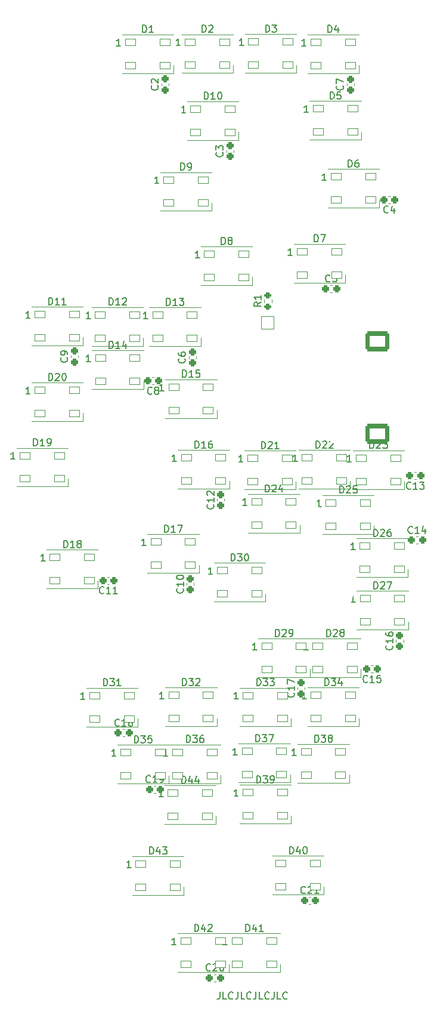
<source format=gbr>
%TF.GenerationSoftware,KiCad,Pcbnew,(6.0.9)*%
%TF.CreationDate,2023-04-01T12:32:25-08:00*%
%TF.ProjectId,EXT LT PANEL,45585420-4c54-4205-9041-4e454c2e6b69,3*%
%TF.SameCoordinates,Original*%
%TF.FileFunction,Legend,Top*%
%TF.FilePolarity,Positive*%
%FSLAX46Y46*%
G04 Gerber Fmt 4.6, Leading zero omitted, Abs format (unit mm)*
G04 Created by KiCad (PCBNEW (6.0.9)) date 2023-04-01 12:32:25*
%MOMM*%
%LPD*%
G01*
G04 APERTURE LIST*
G04 Aperture macros list*
%AMRoundRect*
0 Rectangle with rounded corners*
0 $1 Rounding radius*
0 $2 $3 $4 $5 $6 $7 $8 $9 X,Y pos of 4 corners*
0 Add a 4 corners polygon primitive as box body*
4,1,4,$2,$3,$4,$5,$6,$7,$8,$9,$2,$3,0*
0 Add four circle primitives for the rounded corners*
1,1,$1+$1,$2,$3*
1,1,$1+$1,$4,$5*
1,1,$1+$1,$6,$7*
1,1,$1+$1,$8,$9*
0 Add four rect primitives between the rounded corners*
20,1,$1+$1,$2,$3,$4,$5,0*
20,1,$1+$1,$4,$5,$6,$7,0*
20,1,$1+$1,$6,$7,$8,$9,0*
20,1,$1+$1,$8,$9,$2,$3,0*%
G04 Aperture macros list end*
%ADD10C,0.150000*%
%ADD11C,0.120000*%
%ADD12C,12.800000*%
%ADD13C,3.672000*%
%ADD14C,4.400000*%
%ADD15C,7.640752*%
%ADD16C,2.481250*%
%ADD17RoundRect,0.050000X-0.750000X-0.450000X0.750000X-0.450000X0.750000X0.450000X-0.750000X0.450000X0*%
%ADD18RoundRect,0.275000X0.250000X-0.225000X0.250000X0.225000X-0.250000X0.225000X-0.250000X-0.225000X0*%
%ADD19RoundRect,0.275000X0.225000X0.250000X-0.225000X0.250000X-0.225000X-0.250000X0.225000X-0.250000X0*%
%ADD20RoundRect,0.275000X-0.225000X-0.250000X0.225000X-0.250000X0.225000X0.250000X-0.225000X0.250000X0*%
%ADD21RoundRect,0.250000X0.275000X-0.200000X0.275000X0.200000X-0.275000X0.200000X-0.275000X-0.200000X0*%
%ADD22RoundRect,0.300001X1.399999X-1.099999X1.399999X1.099999X-1.399999X1.099999X-1.399999X-1.099999X0*%
%ADD23O,3.400000X2.800000*%
%ADD24RoundRect,0.050000X-0.900000X0.900000X-0.900000X-0.900000X0.900000X-0.900000X0.900000X0.900000X0*%
%ADD25C,1.900000*%
G04 APERTURE END LIST*
D10*
X121590952Y-164172380D02*
X121590952Y-164886666D01*
X121543333Y-165029523D01*
X121448095Y-165124761D01*
X121305238Y-165172380D01*
X121210000Y-165172380D01*
X122543333Y-165172380D02*
X122067142Y-165172380D01*
X122067142Y-164172380D01*
X123448095Y-165077142D02*
X123400476Y-165124761D01*
X123257619Y-165172380D01*
X123162380Y-165172380D01*
X123019523Y-165124761D01*
X122924285Y-165029523D01*
X122876666Y-164934285D01*
X122829047Y-164743809D01*
X122829047Y-164600952D01*
X122876666Y-164410476D01*
X122924285Y-164315238D01*
X123019523Y-164220000D01*
X123162380Y-164172380D01*
X123257619Y-164172380D01*
X123400476Y-164220000D01*
X123448095Y-164267619D01*
X124162380Y-164172380D02*
X124162380Y-164886666D01*
X124114761Y-165029523D01*
X124019523Y-165124761D01*
X123876666Y-165172380D01*
X123781428Y-165172380D01*
X125114761Y-165172380D02*
X124638571Y-165172380D01*
X124638571Y-164172380D01*
X126019523Y-165077142D02*
X125971904Y-165124761D01*
X125829047Y-165172380D01*
X125733809Y-165172380D01*
X125590952Y-165124761D01*
X125495714Y-165029523D01*
X125448095Y-164934285D01*
X125400476Y-164743809D01*
X125400476Y-164600952D01*
X125448095Y-164410476D01*
X125495714Y-164315238D01*
X125590952Y-164220000D01*
X125733809Y-164172380D01*
X125829047Y-164172380D01*
X125971904Y-164220000D01*
X126019523Y-164267619D01*
X126733809Y-164172380D02*
X126733809Y-164886666D01*
X126686190Y-165029523D01*
X126590952Y-165124761D01*
X126448095Y-165172380D01*
X126352857Y-165172380D01*
X127686190Y-165172380D02*
X127210000Y-165172380D01*
X127210000Y-164172380D01*
X128590952Y-165077142D02*
X128543333Y-165124761D01*
X128400476Y-165172380D01*
X128305238Y-165172380D01*
X128162380Y-165124761D01*
X128067142Y-165029523D01*
X128019523Y-164934285D01*
X127971904Y-164743809D01*
X127971904Y-164600952D01*
X128019523Y-164410476D01*
X128067142Y-164315238D01*
X128162380Y-164220000D01*
X128305238Y-164172380D01*
X128400476Y-164172380D01*
X128543333Y-164220000D01*
X128590952Y-164267619D01*
X129305238Y-164172380D02*
X129305238Y-164886666D01*
X129257619Y-165029523D01*
X129162380Y-165124761D01*
X129019523Y-165172380D01*
X128924285Y-165172380D01*
X130257619Y-165172380D02*
X129781428Y-165172380D01*
X129781428Y-164172380D01*
X131162380Y-165077142D02*
X131114761Y-165124761D01*
X130971904Y-165172380D01*
X130876666Y-165172380D01*
X130733809Y-165124761D01*
X130638571Y-165029523D01*
X130590952Y-164934285D01*
X130543333Y-164743809D01*
X130543333Y-164600952D01*
X130590952Y-164410476D01*
X130638571Y-164315238D01*
X130733809Y-164220000D01*
X130876666Y-164172380D01*
X130971904Y-164172380D01*
X131114761Y-164220000D01*
X131162380Y-164267619D01*
%TO.C,D1*%
X110626904Y-28016380D02*
X110626904Y-27016380D01*
X110865000Y-27016380D01*
X111007857Y-27064000D01*
X111103095Y-27159238D01*
X111150714Y-27254476D01*
X111198333Y-27444952D01*
X111198333Y-27587809D01*
X111150714Y-27778285D01*
X111103095Y-27873523D01*
X111007857Y-27968761D01*
X110865000Y-28016380D01*
X110626904Y-28016380D01*
X112150714Y-28016380D02*
X111579285Y-28016380D01*
X111865000Y-28016380D02*
X111865000Y-27016380D01*
X111769761Y-27159238D01*
X111674523Y-27254476D01*
X111579285Y-27302095D01*
X107500714Y-29916380D02*
X106929285Y-29916380D01*
X107215000Y-29916380D02*
X107215000Y-28916380D01*
X107119761Y-29059238D01*
X107024523Y-29154476D01*
X106929285Y-29202095D01*
%TO.C,D2*%
X119098904Y-27991180D02*
X119098904Y-26991180D01*
X119337000Y-26991180D01*
X119479857Y-27038800D01*
X119575095Y-27134038D01*
X119622714Y-27229276D01*
X119670333Y-27419752D01*
X119670333Y-27562609D01*
X119622714Y-27753085D01*
X119575095Y-27848323D01*
X119479857Y-27943561D01*
X119337000Y-27991180D01*
X119098904Y-27991180D01*
X120051285Y-27086419D02*
X120098904Y-27038800D01*
X120194142Y-26991180D01*
X120432238Y-26991180D01*
X120527476Y-27038800D01*
X120575095Y-27086419D01*
X120622714Y-27181657D01*
X120622714Y-27276895D01*
X120575095Y-27419752D01*
X120003666Y-27991180D01*
X120622714Y-27991180D01*
X115972714Y-29891180D02*
X115401285Y-29891180D01*
X115687000Y-29891180D02*
X115687000Y-28891180D01*
X115591761Y-29034038D01*
X115496523Y-29129276D01*
X115401285Y-29176895D01*
%TO.C,D3*%
X128101904Y-27965580D02*
X128101904Y-26965580D01*
X128340000Y-26965580D01*
X128482857Y-27013200D01*
X128578095Y-27108438D01*
X128625714Y-27203676D01*
X128673333Y-27394152D01*
X128673333Y-27537009D01*
X128625714Y-27727485D01*
X128578095Y-27822723D01*
X128482857Y-27917961D01*
X128340000Y-27965580D01*
X128101904Y-27965580D01*
X129006666Y-26965580D02*
X129625714Y-26965580D01*
X129292380Y-27346533D01*
X129435238Y-27346533D01*
X129530476Y-27394152D01*
X129578095Y-27441771D01*
X129625714Y-27537009D01*
X129625714Y-27775104D01*
X129578095Y-27870342D01*
X129530476Y-27917961D01*
X129435238Y-27965580D01*
X129149523Y-27965580D01*
X129054285Y-27917961D01*
X129006666Y-27870342D01*
X124975714Y-29865580D02*
X124404285Y-29865580D01*
X124690000Y-29865580D02*
X124690000Y-28865580D01*
X124594761Y-29008438D01*
X124499523Y-29103676D01*
X124404285Y-29151295D01*
%TO.C,D4*%
X136941904Y-28016380D02*
X136941904Y-27016380D01*
X137180000Y-27016380D01*
X137322857Y-27064000D01*
X137418095Y-27159238D01*
X137465714Y-27254476D01*
X137513333Y-27444952D01*
X137513333Y-27587809D01*
X137465714Y-27778285D01*
X137418095Y-27873523D01*
X137322857Y-27968761D01*
X137180000Y-28016380D01*
X136941904Y-28016380D01*
X138370476Y-27349714D02*
X138370476Y-28016380D01*
X138132380Y-26968761D02*
X137894285Y-27683047D01*
X138513333Y-27683047D01*
X133815714Y-29916380D02*
X133244285Y-29916380D01*
X133530000Y-29916380D02*
X133530000Y-28916380D01*
X133434761Y-29059238D01*
X133339523Y-29154476D01*
X133244285Y-29202095D01*
%TO.C,D5*%
X137273904Y-37465180D02*
X137273904Y-36465180D01*
X137512000Y-36465180D01*
X137654857Y-36512800D01*
X137750095Y-36608038D01*
X137797714Y-36703276D01*
X137845333Y-36893752D01*
X137845333Y-37036609D01*
X137797714Y-37227085D01*
X137750095Y-37322323D01*
X137654857Y-37417561D01*
X137512000Y-37465180D01*
X137273904Y-37465180D01*
X138750095Y-36465180D02*
X138273904Y-36465180D01*
X138226285Y-36941371D01*
X138273904Y-36893752D01*
X138369142Y-36846133D01*
X138607238Y-36846133D01*
X138702476Y-36893752D01*
X138750095Y-36941371D01*
X138797714Y-37036609D01*
X138797714Y-37274704D01*
X138750095Y-37369942D01*
X138702476Y-37417561D01*
X138607238Y-37465180D01*
X138369142Y-37465180D01*
X138273904Y-37417561D01*
X138226285Y-37369942D01*
X134147714Y-39365180D02*
X133576285Y-39365180D01*
X133862000Y-39365180D02*
X133862000Y-38365180D01*
X133766761Y-38508038D01*
X133671523Y-38603276D01*
X133576285Y-38650895D01*
%TO.C,D6*%
X139836904Y-47117180D02*
X139836904Y-46117180D01*
X140075000Y-46117180D01*
X140217857Y-46164800D01*
X140313095Y-46260038D01*
X140360714Y-46355276D01*
X140408333Y-46545752D01*
X140408333Y-46688609D01*
X140360714Y-46879085D01*
X140313095Y-46974323D01*
X140217857Y-47069561D01*
X140075000Y-47117180D01*
X139836904Y-47117180D01*
X141265476Y-46117180D02*
X141075000Y-46117180D01*
X140979761Y-46164800D01*
X140932142Y-46212419D01*
X140836904Y-46355276D01*
X140789285Y-46545752D01*
X140789285Y-46926704D01*
X140836904Y-47021942D01*
X140884523Y-47069561D01*
X140979761Y-47117180D01*
X141170238Y-47117180D01*
X141265476Y-47069561D01*
X141313095Y-47021942D01*
X141360714Y-46926704D01*
X141360714Y-46688609D01*
X141313095Y-46593371D01*
X141265476Y-46545752D01*
X141170238Y-46498133D01*
X140979761Y-46498133D01*
X140884523Y-46545752D01*
X140836904Y-46593371D01*
X140789285Y-46688609D01*
X136710714Y-49017180D02*
X136139285Y-49017180D01*
X136425000Y-49017180D02*
X136425000Y-48017180D01*
X136329761Y-48160038D01*
X136234523Y-48255276D01*
X136139285Y-48302895D01*
%TO.C,D7*%
X135010904Y-57734380D02*
X135010904Y-56734380D01*
X135249000Y-56734380D01*
X135391857Y-56782000D01*
X135487095Y-56877238D01*
X135534714Y-56972476D01*
X135582333Y-57162952D01*
X135582333Y-57305809D01*
X135534714Y-57496285D01*
X135487095Y-57591523D01*
X135391857Y-57686761D01*
X135249000Y-57734380D01*
X135010904Y-57734380D01*
X135915666Y-56734380D02*
X136582333Y-56734380D01*
X136153761Y-57734380D01*
X131884714Y-59634380D02*
X131313285Y-59634380D01*
X131599000Y-59634380D02*
X131599000Y-58634380D01*
X131503761Y-58777238D01*
X131408523Y-58872476D01*
X131313285Y-58920095D01*
%TO.C,D8*%
X121830904Y-58089980D02*
X121830904Y-57089980D01*
X122069000Y-57089980D01*
X122211857Y-57137600D01*
X122307095Y-57232838D01*
X122354714Y-57328076D01*
X122402333Y-57518552D01*
X122402333Y-57661409D01*
X122354714Y-57851885D01*
X122307095Y-57947123D01*
X122211857Y-58042361D01*
X122069000Y-58089980D01*
X121830904Y-58089980D01*
X122973761Y-57518552D02*
X122878523Y-57470933D01*
X122830904Y-57423314D01*
X122783285Y-57328076D01*
X122783285Y-57280457D01*
X122830904Y-57185219D01*
X122878523Y-57137600D01*
X122973761Y-57089980D01*
X123164238Y-57089980D01*
X123259476Y-57137600D01*
X123307095Y-57185219D01*
X123354714Y-57280457D01*
X123354714Y-57328076D01*
X123307095Y-57423314D01*
X123259476Y-57470933D01*
X123164238Y-57518552D01*
X122973761Y-57518552D01*
X122878523Y-57566171D01*
X122830904Y-57613790D01*
X122783285Y-57709028D01*
X122783285Y-57899504D01*
X122830904Y-57994742D01*
X122878523Y-58042361D01*
X122973761Y-58089980D01*
X123164238Y-58089980D01*
X123259476Y-58042361D01*
X123307095Y-57994742D01*
X123354714Y-57899504D01*
X123354714Y-57709028D01*
X123307095Y-57613790D01*
X123259476Y-57566171D01*
X123164238Y-57518552D01*
X118704714Y-59989980D02*
X118133285Y-59989980D01*
X118419000Y-59989980D02*
X118419000Y-58989980D01*
X118323761Y-59132838D01*
X118228523Y-59228076D01*
X118133285Y-59275695D01*
%TO.C,D9*%
X116050904Y-47549180D02*
X116050904Y-46549180D01*
X116289000Y-46549180D01*
X116431857Y-46596800D01*
X116527095Y-46692038D01*
X116574714Y-46787276D01*
X116622333Y-46977752D01*
X116622333Y-47120609D01*
X116574714Y-47311085D01*
X116527095Y-47406323D01*
X116431857Y-47501561D01*
X116289000Y-47549180D01*
X116050904Y-47549180D01*
X117098523Y-47549180D02*
X117289000Y-47549180D01*
X117384238Y-47501561D01*
X117431857Y-47453942D01*
X117527095Y-47311085D01*
X117574714Y-47120609D01*
X117574714Y-46739657D01*
X117527095Y-46644419D01*
X117479476Y-46596800D01*
X117384238Y-46549180D01*
X117193761Y-46549180D01*
X117098523Y-46596800D01*
X117050904Y-46644419D01*
X117003285Y-46739657D01*
X117003285Y-46977752D01*
X117050904Y-47072990D01*
X117098523Y-47120609D01*
X117193761Y-47168228D01*
X117384238Y-47168228D01*
X117479476Y-47120609D01*
X117527095Y-47072990D01*
X117574714Y-46977752D01*
X112924714Y-49449180D02*
X112353285Y-49449180D01*
X112639000Y-49449180D02*
X112639000Y-48449180D01*
X112543761Y-48592038D01*
X112448523Y-48687276D01*
X112353285Y-48734895D01*
%TO.C,D10*%
X119384714Y-37490780D02*
X119384714Y-36490780D01*
X119622809Y-36490780D01*
X119765666Y-36538400D01*
X119860904Y-36633638D01*
X119908523Y-36728876D01*
X119956142Y-36919352D01*
X119956142Y-37062209D01*
X119908523Y-37252685D01*
X119860904Y-37347923D01*
X119765666Y-37443161D01*
X119622809Y-37490780D01*
X119384714Y-37490780D01*
X120908523Y-37490780D02*
X120337095Y-37490780D01*
X120622809Y-37490780D02*
X120622809Y-36490780D01*
X120527571Y-36633638D01*
X120432333Y-36728876D01*
X120337095Y-36776495D01*
X121527571Y-36490780D02*
X121622809Y-36490780D01*
X121718047Y-36538400D01*
X121765666Y-36586019D01*
X121813285Y-36681257D01*
X121860904Y-36871733D01*
X121860904Y-37109828D01*
X121813285Y-37300304D01*
X121765666Y-37395542D01*
X121718047Y-37443161D01*
X121622809Y-37490780D01*
X121527571Y-37490780D01*
X121432333Y-37443161D01*
X121384714Y-37395542D01*
X121337095Y-37300304D01*
X121289476Y-37109828D01*
X121289476Y-36871733D01*
X121337095Y-36681257D01*
X121384714Y-36586019D01*
X121432333Y-36538400D01*
X121527571Y-36490780D01*
X116734714Y-39390780D02*
X116163285Y-39390780D01*
X116449000Y-39390780D02*
X116449000Y-38390780D01*
X116353761Y-38533638D01*
X116258523Y-38628876D01*
X116163285Y-38676495D01*
%TO.C,D11*%
X97286914Y-66649980D02*
X97286914Y-65649980D01*
X97525009Y-65649980D01*
X97667866Y-65697600D01*
X97763104Y-65792838D01*
X97810723Y-65888076D01*
X97858342Y-66078552D01*
X97858342Y-66221409D01*
X97810723Y-66411885D01*
X97763104Y-66507123D01*
X97667866Y-66602361D01*
X97525009Y-66649980D01*
X97286914Y-66649980D01*
X98810723Y-66649980D02*
X98239295Y-66649980D01*
X98525009Y-66649980D02*
X98525009Y-65649980D01*
X98429771Y-65792838D01*
X98334533Y-65888076D01*
X98239295Y-65935695D01*
X99763104Y-66649980D02*
X99191676Y-66649980D01*
X99477390Y-66649980D02*
X99477390Y-65649980D01*
X99382152Y-65792838D01*
X99286914Y-65888076D01*
X99191676Y-65935695D01*
X94636914Y-68549980D02*
X94065485Y-68549980D01*
X94351200Y-68549980D02*
X94351200Y-67549980D01*
X94255961Y-67692838D01*
X94160723Y-67788076D01*
X94065485Y-67835695D01*
%TO.C,D12*%
X105871714Y-66700780D02*
X105871714Y-65700780D01*
X106109809Y-65700780D01*
X106252666Y-65748400D01*
X106347904Y-65843638D01*
X106395523Y-65938876D01*
X106443142Y-66129352D01*
X106443142Y-66272209D01*
X106395523Y-66462685D01*
X106347904Y-66557923D01*
X106252666Y-66653161D01*
X106109809Y-66700780D01*
X105871714Y-66700780D01*
X107395523Y-66700780D02*
X106824095Y-66700780D01*
X107109809Y-66700780D02*
X107109809Y-65700780D01*
X107014571Y-65843638D01*
X106919333Y-65938876D01*
X106824095Y-65986495D01*
X107776476Y-65796019D02*
X107824095Y-65748400D01*
X107919333Y-65700780D01*
X108157428Y-65700780D01*
X108252666Y-65748400D01*
X108300285Y-65796019D01*
X108347904Y-65891257D01*
X108347904Y-65986495D01*
X108300285Y-66129352D01*
X107728857Y-66700780D01*
X108347904Y-66700780D01*
X103221714Y-68600780D02*
X102650285Y-68600780D01*
X102936000Y-68600780D02*
X102936000Y-67600780D01*
X102840761Y-67743638D01*
X102745523Y-67838876D01*
X102650285Y-67886495D01*
%TO.C,D13*%
X114011714Y-66725980D02*
X114011714Y-65725980D01*
X114249809Y-65725980D01*
X114392666Y-65773600D01*
X114487904Y-65868838D01*
X114535523Y-65964076D01*
X114583142Y-66154552D01*
X114583142Y-66297409D01*
X114535523Y-66487885D01*
X114487904Y-66583123D01*
X114392666Y-66678361D01*
X114249809Y-66725980D01*
X114011714Y-66725980D01*
X115535523Y-66725980D02*
X114964095Y-66725980D01*
X115249809Y-66725980D02*
X115249809Y-65725980D01*
X115154571Y-65868838D01*
X115059333Y-65964076D01*
X114964095Y-66011695D01*
X115868857Y-65725980D02*
X116487904Y-65725980D01*
X116154571Y-66106933D01*
X116297428Y-66106933D01*
X116392666Y-66154552D01*
X116440285Y-66202171D01*
X116487904Y-66297409D01*
X116487904Y-66535504D01*
X116440285Y-66630742D01*
X116392666Y-66678361D01*
X116297428Y-66725980D01*
X116011714Y-66725980D01*
X115916476Y-66678361D01*
X115868857Y-66630742D01*
X111361714Y-68625980D02*
X110790285Y-68625980D01*
X111076000Y-68625980D02*
X111076000Y-67625980D01*
X110980761Y-67768838D01*
X110885523Y-67864076D01*
X110790285Y-67911695D01*
%TO.C,D14*%
X105883714Y-72821980D02*
X105883714Y-71821980D01*
X106121809Y-71821980D01*
X106264666Y-71869600D01*
X106359904Y-71964838D01*
X106407523Y-72060076D01*
X106455142Y-72250552D01*
X106455142Y-72393409D01*
X106407523Y-72583885D01*
X106359904Y-72679123D01*
X106264666Y-72774361D01*
X106121809Y-72821980D01*
X105883714Y-72821980D01*
X107407523Y-72821980D02*
X106836095Y-72821980D01*
X107121809Y-72821980D02*
X107121809Y-71821980D01*
X107026571Y-71964838D01*
X106931333Y-72060076D01*
X106836095Y-72107695D01*
X108264666Y-72155314D02*
X108264666Y-72821980D01*
X108026571Y-71774361D02*
X107788476Y-72488647D01*
X108407523Y-72488647D01*
X103233714Y-74721980D02*
X102662285Y-74721980D01*
X102948000Y-74721980D02*
X102948000Y-73721980D01*
X102852761Y-73864838D01*
X102757523Y-73960076D01*
X102662285Y-74007695D01*
%TO.C,D15*%
X116297714Y-76936780D02*
X116297714Y-75936780D01*
X116535809Y-75936780D01*
X116678666Y-75984400D01*
X116773904Y-76079638D01*
X116821523Y-76174876D01*
X116869142Y-76365352D01*
X116869142Y-76508209D01*
X116821523Y-76698685D01*
X116773904Y-76793923D01*
X116678666Y-76889161D01*
X116535809Y-76936780D01*
X116297714Y-76936780D01*
X117821523Y-76936780D02*
X117250095Y-76936780D01*
X117535809Y-76936780D02*
X117535809Y-75936780D01*
X117440571Y-76079638D01*
X117345333Y-76174876D01*
X117250095Y-76222495D01*
X118726285Y-75936780D02*
X118250095Y-75936780D01*
X118202476Y-76412971D01*
X118250095Y-76365352D01*
X118345333Y-76317733D01*
X118583428Y-76317733D01*
X118678666Y-76365352D01*
X118726285Y-76412971D01*
X118773904Y-76508209D01*
X118773904Y-76746304D01*
X118726285Y-76841542D01*
X118678666Y-76889161D01*
X118583428Y-76936780D01*
X118345333Y-76936780D01*
X118250095Y-76889161D01*
X118202476Y-76841542D01*
X113647714Y-78836780D02*
X113076285Y-78836780D01*
X113362000Y-78836780D02*
X113362000Y-77836780D01*
X113266761Y-77979638D01*
X113171523Y-78074876D01*
X113076285Y-78122495D01*
%TO.C,D16*%
X118075714Y-86995180D02*
X118075714Y-85995180D01*
X118313809Y-85995180D01*
X118456666Y-86042800D01*
X118551904Y-86138038D01*
X118599523Y-86233276D01*
X118647142Y-86423752D01*
X118647142Y-86566609D01*
X118599523Y-86757085D01*
X118551904Y-86852323D01*
X118456666Y-86947561D01*
X118313809Y-86995180D01*
X118075714Y-86995180D01*
X119599523Y-86995180D02*
X119028095Y-86995180D01*
X119313809Y-86995180D02*
X119313809Y-85995180D01*
X119218571Y-86138038D01*
X119123333Y-86233276D01*
X119028095Y-86280895D01*
X120456666Y-85995180D02*
X120266190Y-85995180D01*
X120170952Y-86042800D01*
X120123333Y-86090419D01*
X120028095Y-86233276D01*
X119980476Y-86423752D01*
X119980476Y-86804704D01*
X120028095Y-86899942D01*
X120075714Y-86947561D01*
X120170952Y-86995180D01*
X120361428Y-86995180D01*
X120456666Y-86947561D01*
X120504285Y-86899942D01*
X120551904Y-86804704D01*
X120551904Y-86566609D01*
X120504285Y-86471371D01*
X120456666Y-86423752D01*
X120361428Y-86376133D01*
X120170952Y-86376133D01*
X120075714Y-86423752D01*
X120028095Y-86471371D01*
X119980476Y-86566609D01*
X115425714Y-88895180D02*
X114854285Y-88895180D01*
X115140000Y-88895180D02*
X115140000Y-87895180D01*
X115044761Y-88038038D01*
X114949523Y-88133276D01*
X114854285Y-88180895D01*
%TO.C,D17*%
X113757714Y-98933380D02*
X113757714Y-97933380D01*
X113995809Y-97933380D01*
X114138666Y-97981000D01*
X114233904Y-98076238D01*
X114281523Y-98171476D01*
X114329142Y-98361952D01*
X114329142Y-98504809D01*
X114281523Y-98695285D01*
X114233904Y-98790523D01*
X114138666Y-98885761D01*
X113995809Y-98933380D01*
X113757714Y-98933380D01*
X115281523Y-98933380D02*
X114710095Y-98933380D01*
X114995809Y-98933380D02*
X114995809Y-97933380D01*
X114900571Y-98076238D01*
X114805333Y-98171476D01*
X114710095Y-98219095D01*
X115614857Y-97933380D02*
X116281523Y-97933380D01*
X115852952Y-98933380D01*
X111107714Y-100833380D02*
X110536285Y-100833380D01*
X110822000Y-100833380D02*
X110822000Y-99833380D01*
X110726761Y-99976238D01*
X110631523Y-100071476D01*
X110536285Y-100119095D01*
%TO.C,D18*%
X99431714Y-101117380D02*
X99431714Y-100117380D01*
X99669809Y-100117380D01*
X99812666Y-100165000D01*
X99907904Y-100260238D01*
X99955523Y-100355476D01*
X100003142Y-100545952D01*
X100003142Y-100688809D01*
X99955523Y-100879285D01*
X99907904Y-100974523D01*
X99812666Y-101069761D01*
X99669809Y-101117380D01*
X99431714Y-101117380D01*
X100955523Y-101117380D02*
X100384095Y-101117380D01*
X100669809Y-101117380D02*
X100669809Y-100117380D01*
X100574571Y-100260238D01*
X100479333Y-100355476D01*
X100384095Y-100403095D01*
X101526952Y-100545952D02*
X101431714Y-100498333D01*
X101384095Y-100450714D01*
X101336476Y-100355476D01*
X101336476Y-100307857D01*
X101384095Y-100212619D01*
X101431714Y-100165000D01*
X101526952Y-100117380D01*
X101717428Y-100117380D01*
X101812666Y-100165000D01*
X101860285Y-100212619D01*
X101907904Y-100307857D01*
X101907904Y-100355476D01*
X101860285Y-100450714D01*
X101812666Y-100498333D01*
X101717428Y-100545952D01*
X101526952Y-100545952D01*
X101431714Y-100593571D01*
X101384095Y-100641190D01*
X101336476Y-100736428D01*
X101336476Y-100926904D01*
X101384095Y-101022142D01*
X101431714Y-101069761D01*
X101526952Y-101117380D01*
X101717428Y-101117380D01*
X101812666Y-101069761D01*
X101860285Y-101022142D01*
X101907904Y-100926904D01*
X101907904Y-100736428D01*
X101860285Y-100641190D01*
X101812666Y-100593571D01*
X101717428Y-100545952D01*
X96781714Y-103017380D02*
X96210285Y-103017380D01*
X96496000Y-103017380D02*
X96496000Y-102017380D01*
X96400761Y-102160238D01*
X96305523Y-102255476D01*
X96210285Y-102303095D01*
%TO.C,D19*%
X95153314Y-86665180D02*
X95153314Y-85665180D01*
X95391409Y-85665180D01*
X95534266Y-85712800D01*
X95629504Y-85808038D01*
X95677123Y-85903276D01*
X95724742Y-86093752D01*
X95724742Y-86236609D01*
X95677123Y-86427085D01*
X95629504Y-86522323D01*
X95534266Y-86617561D01*
X95391409Y-86665180D01*
X95153314Y-86665180D01*
X96677123Y-86665180D02*
X96105695Y-86665180D01*
X96391409Y-86665180D02*
X96391409Y-85665180D01*
X96296171Y-85808038D01*
X96200933Y-85903276D01*
X96105695Y-85950895D01*
X97153314Y-86665180D02*
X97343790Y-86665180D01*
X97439028Y-86617561D01*
X97486647Y-86569942D01*
X97581885Y-86427085D01*
X97629504Y-86236609D01*
X97629504Y-85855657D01*
X97581885Y-85760419D01*
X97534266Y-85712800D01*
X97439028Y-85665180D01*
X97248552Y-85665180D01*
X97153314Y-85712800D01*
X97105695Y-85760419D01*
X97058076Y-85855657D01*
X97058076Y-86093752D01*
X97105695Y-86188990D01*
X97153314Y-86236609D01*
X97248552Y-86284228D01*
X97439028Y-86284228D01*
X97534266Y-86236609D01*
X97581885Y-86188990D01*
X97629504Y-86093752D01*
X92503314Y-88565180D02*
X91931885Y-88565180D01*
X92217600Y-88565180D02*
X92217600Y-87565180D01*
X92122361Y-87708038D01*
X92027123Y-87803276D01*
X91931885Y-87850895D01*
%TO.C,D20*%
X97298514Y-77393980D02*
X97298514Y-76393980D01*
X97536609Y-76393980D01*
X97679466Y-76441600D01*
X97774704Y-76536838D01*
X97822323Y-76632076D01*
X97869942Y-76822552D01*
X97869942Y-76965409D01*
X97822323Y-77155885D01*
X97774704Y-77251123D01*
X97679466Y-77346361D01*
X97536609Y-77393980D01*
X97298514Y-77393980D01*
X98250895Y-76489219D02*
X98298514Y-76441600D01*
X98393752Y-76393980D01*
X98631847Y-76393980D01*
X98727085Y-76441600D01*
X98774704Y-76489219D01*
X98822323Y-76584457D01*
X98822323Y-76679695D01*
X98774704Y-76822552D01*
X98203276Y-77393980D01*
X98822323Y-77393980D01*
X99441371Y-76393980D02*
X99536609Y-76393980D01*
X99631847Y-76441600D01*
X99679466Y-76489219D01*
X99727085Y-76584457D01*
X99774704Y-76774933D01*
X99774704Y-77013028D01*
X99727085Y-77203504D01*
X99679466Y-77298742D01*
X99631847Y-77346361D01*
X99536609Y-77393980D01*
X99441371Y-77393980D01*
X99346133Y-77346361D01*
X99298514Y-77298742D01*
X99250895Y-77203504D01*
X99203276Y-77013028D01*
X99203276Y-76774933D01*
X99250895Y-76584457D01*
X99298514Y-76489219D01*
X99346133Y-76441600D01*
X99441371Y-76393980D01*
X94648514Y-79293980D02*
X94077085Y-79293980D01*
X94362800Y-79293980D02*
X94362800Y-78293980D01*
X94267561Y-78436838D01*
X94172323Y-78532076D01*
X94077085Y-78579695D01*
%TO.C,D21*%
X127512714Y-87071580D02*
X127512714Y-86071580D01*
X127750809Y-86071580D01*
X127893666Y-86119200D01*
X127988904Y-86214438D01*
X128036523Y-86309676D01*
X128084142Y-86500152D01*
X128084142Y-86643009D01*
X128036523Y-86833485D01*
X127988904Y-86928723D01*
X127893666Y-87023961D01*
X127750809Y-87071580D01*
X127512714Y-87071580D01*
X128465095Y-86166819D02*
X128512714Y-86119200D01*
X128607952Y-86071580D01*
X128846047Y-86071580D01*
X128941285Y-86119200D01*
X128988904Y-86166819D01*
X129036523Y-86262057D01*
X129036523Y-86357295D01*
X128988904Y-86500152D01*
X128417476Y-87071580D01*
X129036523Y-87071580D01*
X129988904Y-87071580D02*
X129417476Y-87071580D01*
X129703190Y-87071580D02*
X129703190Y-86071580D01*
X129607952Y-86214438D01*
X129512714Y-86309676D01*
X129417476Y-86357295D01*
X124862714Y-88971580D02*
X124291285Y-88971580D01*
X124577000Y-88971580D02*
X124577000Y-87971580D01*
X124481761Y-88114438D01*
X124386523Y-88209676D01*
X124291285Y-88257295D01*
%TO.C,D22*%
X135245714Y-86995180D02*
X135245714Y-85995180D01*
X135483809Y-85995180D01*
X135626666Y-86042800D01*
X135721904Y-86138038D01*
X135769523Y-86233276D01*
X135817142Y-86423752D01*
X135817142Y-86566609D01*
X135769523Y-86757085D01*
X135721904Y-86852323D01*
X135626666Y-86947561D01*
X135483809Y-86995180D01*
X135245714Y-86995180D01*
X136198095Y-86090419D02*
X136245714Y-86042800D01*
X136340952Y-85995180D01*
X136579047Y-85995180D01*
X136674285Y-86042800D01*
X136721904Y-86090419D01*
X136769523Y-86185657D01*
X136769523Y-86280895D01*
X136721904Y-86423752D01*
X136150476Y-86995180D01*
X136769523Y-86995180D01*
X137150476Y-86090419D02*
X137198095Y-86042800D01*
X137293333Y-85995180D01*
X137531428Y-85995180D01*
X137626666Y-86042800D01*
X137674285Y-86090419D01*
X137721904Y-86185657D01*
X137721904Y-86280895D01*
X137674285Y-86423752D01*
X137102857Y-86995180D01*
X137721904Y-86995180D01*
X132595714Y-88895180D02*
X132024285Y-88895180D01*
X132310000Y-88895180D02*
X132310000Y-87895180D01*
X132214761Y-88038038D01*
X132119523Y-88133276D01*
X132024285Y-88180895D01*
%TO.C,D23*%
X142905714Y-87020780D02*
X142905714Y-86020780D01*
X143143809Y-86020780D01*
X143286666Y-86068400D01*
X143381904Y-86163638D01*
X143429523Y-86258876D01*
X143477142Y-86449352D01*
X143477142Y-86592209D01*
X143429523Y-86782685D01*
X143381904Y-86877923D01*
X143286666Y-86973161D01*
X143143809Y-87020780D01*
X142905714Y-87020780D01*
X143858095Y-86116019D02*
X143905714Y-86068400D01*
X144000952Y-86020780D01*
X144239047Y-86020780D01*
X144334285Y-86068400D01*
X144381904Y-86116019D01*
X144429523Y-86211257D01*
X144429523Y-86306495D01*
X144381904Y-86449352D01*
X143810476Y-87020780D01*
X144429523Y-87020780D01*
X144762857Y-86020780D02*
X145381904Y-86020780D01*
X145048571Y-86401733D01*
X145191428Y-86401733D01*
X145286666Y-86449352D01*
X145334285Y-86496971D01*
X145381904Y-86592209D01*
X145381904Y-86830304D01*
X145334285Y-86925542D01*
X145286666Y-86973161D01*
X145191428Y-87020780D01*
X144905714Y-87020780D01*
X144810476Y-86973161D01*
X144762857Y-86925542D01*
X140255714Y-88920780D02*
X139684285Y-88920780D01*
X139970000Y-88920780D02*
X139970000Y-87920780D01*
X139874761Y-88063638D01*
X139779523Y-88158876D01*
X139684285Y-88206495D01*
%TO.C,D24*%
X128071714Y-93218380D02*
X128071714Y-92218380D01*
X128309809Y-92218380D01*
X128452666Y-92266000D01*
X128547904Y-92361238D01*
X128595523Y-92456476D01*
X128643142Y-92646952D01*
X128643142Y-92789809D01*
X128595523Y-92980285D01*
X128547904Y-93075523D01*
X128452666Y-93170761D01*
X128309809Y-93218380D01*
X128071714Y-93218380D01*
X129024095Y-92313619D02*
X129071714Y-92266000D01*
X129166952Y-92218380D01*
X129405047Y-92218380D01*
X129500285Y-92266000D01*
X129547904Y-92313619D01*
X129595523Y-92408857D01*
X129595523Y-92504095D01*
X129547904Y-92646952D01*
X128976476Y-93218380D01*
X129595523Y-93218380D01*
X130452666Y-92551714D02*
X130452666Y-93218380D01*
X130214571Y-92170761D02*
X129976476Y-92885047D01*
X130595523Y-92885047D01*
X125421714Y-95118380D02*
X124850285Y-95118380D01*
X125136000Y-95118380D02*
X125136000Y-94118380D01*
X125040761Y-94261238D01*
X124945523Y-94356476D01*
X124850285Y-94404095D01*
%TO.C,D25*%
X138637714Y-93370780D02*
X138637714Y-92370780D01*
X138875809Y-92370780D01*
X139018666Y-92418400D01*
X139113904Y-92513638D01*
X139161523Y-92608876D01*
X139209142Y-92799352D01*
X139209142Y-92942209D01*
X139161523Y-93132685D01*
X139113904Y-93227923D01*
X139018666Y-93323161D01*
X138875809Y-93370780D01*
X138637714Y-93370780D01*
X139590095Y-92466019D02*
X139637714Y-92418400D01*
X139732952Y-92370780D01*
X139971047Y-92370780D01*
X140066285Y-92418400D01*
X140113904Y-92466019D01*
X140161523Y-92561257D01*
X140161523Y-92656495D01*
X140113904Y-92799352D01*
X139542476Y-93370780D01*
X140161523Y-93370780D01*
X141066285Y-92370780D02*
X140590095Y-92370780D01*
X140542476Y-92846971D01*
X140590095Y-92799352D01*
X140685333Y-92751733D01*
X140923428Y-92751733D01*
X141018666Y-92799352D01*
X141066285Y-92846971D01*
X141113904Y-92942209D01*
X141113904Y-93180304D01*
X141066285Y-93275542D01*
X141018666Y-93323161D01*
X140923428Y-93370780D01*
X140685333Y-93370780D01*
X140590095Y-93323161D01*
X140542476Y-93275542D01*
X135987714Y-95270780D02*
X135416285Y-95270780D01*
X135702000Y-95270780D02*
X135702000Y-94270780D01*
X135606761Y-94413638D01*
X135511523Y-94508876D01*
X135416285Y-94556495D01*
%TO.C,D26*%
X143463714Y-99517380D02*
X143463714Y-98517380D01*
X143701809Y-98517380D01*
X143844666Y-98565000D01*
X143939904Y-98660238D01*
X143987523Y-98755476D01*
X144035142Y-98945952D01*
X144035142Y-99088809D01*
X143987523Y-99279285D01*
X143939904Y-99374523D01*
X143844666Y-99469761D01*
X143701809Y-99517380D01*
X143463714Y-99517380D01*
X144416095Y-98612619D02*
X144463714Y-98565000D01*
X144558952Y-98517380D01*
X144797047Y-98517380D01*
X144892285Y-98565000D01*
X144939904Y-98612619D01*
X144987523Y-98707857D01*
X144987523Y-98803095D01*
X144939904Y-98945952D01*
X144368476Y-99517380D01*
X144987523Y-99517380D01*
X145844666Y-98517380D02*
X145654190Y-98517380D01*
X145558952Y-98565000D01*
X145511333Y-98612619D01*
X145416095Y-98755476D01*
X145368476Y-98945952D01*
X145368476Y-99326904D01*
X145416095Y-99422142D01*
X145463714Y-99469761D01*
X145558952Y-99517380D01*
X145749428Y-99517380D01*
X145844666Y-99469761D01*
X145892285Y-99422142D01*
X145939904Y-99326904D01*
X145939904Y-99088809D01*
X145892285Y-98993571D01*
X145844666Y-98945952D01*
X145749428Y-98898333D01*
X145558952Y-98898333D01*
X145463714Y-98945952D01*
X145416095Y-98993571D01*
X145368476Y-99088809D01*
X140813714Y-101417380D02*
X140242285Y-101417380D01*
X140528000Y-101417380D02*
X140528000Y-100417380D01*
X140432761Y-100560238D01*
X140337523Y-100655476D01*
X140242285Y-100703095D01*
%TO.C,D27*%
X143475714Y-106959380D02*
X143475714Y-105959380D01*
X143713809Y-105959380D01*
X143856666Y-106007000D01*
X143951904Y-106102238D01*
X143999523Y-106197476D01*
X144047142Y-106387952D01*
X144047142Y-106530809D01*
X143999523Y-106721285D01*
X143951904Y-106816523D01*
X143856666Y-106911761D01*
X143713809Y-106959380D01*
X143475714Y-106959380D01*
X144428095Y-106054619D02*
X144475714Y-106007000D01*
X144570952Y-105959380D01*
X144809047Y-105959380D01*
X144904285Y-106007000D01*
X144951904Y-106054619D01*
X144999523Y-106149857D01*
X144999523Y-106245095D01*
X144951904Y-106387952D01*
X144380476Y-106959380D01*
X144999523Y-106959380D01*
X145332857Y-105959380D02*
X145999523Y-105959380D01*
X145570952Y-106959380D01*
X140825714Y-108859380D02*
X140254285Y-108859380D01*
X140540000Y-108859380D02*
X140540000Y-107859380D01*
X140444761Y-108002238D01*
X140349523Y-108097476D01*
X140254285Y-108145095D01*
%TO.C,D28*%
X136769714Y-113716380D02*
X136769714Y-112716380D01*
X137007809Y-112716380D01*
X137150666Y-112764000D01*
X137245904Y-112859238D01*
X137293523Y-112954476D01*
X137341142Y-113144952D01*
X137341142Y-113287809D01*
X137293523Y-113478285D01*
X137245904Y-113573523D01*
X137150666Y-113668761D01*
X137007809Y-113716380D01*
X136769714Y-113716380D01*
X137722095Y-112811619D02*
X137769714Y-112764000D01*
X137864952Y-112716380D01*
X138103047Y-112716380D01*
X138198285Y-112764000D01*
X138245904Y-112811619D01*
X138293523Y-112906857D01*
X138293523Y-113002095D01*
X138245904Y-113144952D01*
X137674476Y-113716380D01*
X138293523Y-113716380D01*
X138864952Y-113144952D02*
X138769714Y-113097333D01*
X138722095Y-113049714D01*
X138674476Y-112954476D01*
X138674476Y-112906857D01*
X138722095Y-112811619D01*
X138769714Y-112764000D01*
X138864952Y-112716380D01*
X139055428Y-112716380D01*
X139150666Y-112764000D01*
X139198285Y-112811619D01*
X139245904Y-112906857D01*
X139245904Y-112954476D01*
X139198285Y-113049714D01*
X139150666Y-113097333D01*
X139055428Y-113144952D01*
X138864952Y-113144952D01*
X138769714Y-113192571D01*
X138722095Y-113240190D01*
X138674476Y-113335428D01*
X138674476Y-113525904D01*
X138722095Y-113621142D01*
X138769714Y-113668761D01*
X138864952Y-113716380D01*
X139055428Y-113716380D01*
X139150666Y-113668761D01*
X139198285Y-113621142D01*
X139245904Y-113525904D01*
X139245904Y-113335428D01*
X139198285Y-113240190D01*
X139150666Y-113192571D01*
X139055428Y-113144952D01*
X134119714Y-115616380D02*
X133548285Y-115616380D01*
X133834000Y-115616380D02*
X133834000Y-114616380D01*
X133738761Y-114759238D01*
X133643523Y-114854476D01*
X133548285Y-114902095D01*
%TO.C,D29*%
X129505714Y-113716380D02*
X129505714Y-112716380D01*
X129743809Y-112716380D01*
X129886666Y-112764000D01*
X129981904Y-112859238D01*
X130029523Y-112954476D01*
X130077142Y-113144952D01*
X130077142Y-113287809D01*
X130029523Y-113478285D01*
X129981904Y-113573523D01*
X129886666Y-113668761D01*
X129743809Y-113716380D01*
X129505714Y-113716380D01*
X130458095Y-112811619D02*
X130505714Y-112764000D01*
X130600952Y-112716380D01*
X130839047Y-112716380D01*
X130934285Y-112764000D01*
X130981904Y-112811619D01*
X131029523Y-112906857D01*
X131029523Y-113002095D01*
X130981904Y-113144952D01*
X130410476Y-113716380D01*
X131029523Y-113716380D01*
X131505714Y-113716380D02*
X131696190Y-113716380D01*
X131791428Y-113668761D01*
X131839047Y-113621142D01*
X131934285Y-113478285D01*
X131981904Y-113287809D01*
X131981904Y-112906857D01*
X131934285Y-112811619D01*
X131886666Y-112764000D01*
X131791428Y-112716380D01*
X131600952Y-112716380D01*
X131505714Y-112764000D01*
X131458095Y-112811619D01*
X131410476Y-112906857D01*
X131410476Y-113144952D01*
X131458095Y-113240190D01*
X131505714Y-113287809D01*
X131600952Y-113335428D01*
X131791428Y-113335428D01*
X131886666Y-113287809D01*
X131934285Y-113240190D01*
X131981904Y-113144952D01*
X126855714Y-115616380D02*
X126284285Y-115616380D01*
X126570000Y-115616380D02*
X126570000Y-114616380D01*
X126474761Y-114759238D01*
X126379523Y-114854476D01*
X126284285Y-114902095D01*
%TO.C,D30*%
X123206714Y-102997380D02*
X123206714Y-101997380D01*
X123444809Y-101997380D01*
X123587666Y-102045000D01*
X123682904Y-102140238D01*
X123730523Y-102235476D01*
X123778142Y-102425952D01*
X123778142Y-102568809D01*
X123730523Y-102759285D01*
X123682904Y-102854523D01*
X123587666Y-102949761D01*
X123444809Y-102997380D01*
X123206714Y-102997380D01*
X124111476Y-101997380D02*
X124730523Y-101997380D01*
X124397190Y-102378333D01*
X124540047Y-102378333D01*
X124635285Y-102425952D01*
X124682904Y-102473571D01*
X124730523Y-102568809D01*
X124730523Y-102806904D01*
X124682904Y-102902142D01*
X124635285Y-102949761D01*
X124540047Y-102997380D01*
X124254333Y-102997380D01*
X124159095Y-102949761D01*
X124111476Y-102902142D01*
X125349571Y-101997380D02*
X125444809Y-101997380D01*
X125540047Y-102045000D01*
X125587666Y-102092619D01*
X125635285Y-102187857D01*
X125682904Y-102378333D01*
X125682904Y-102616428D01*
X125635285Y-102806904D01*
X125587666Y-102902142D01*
X125540047Y-102949761D01*
X125444809Y-102997380D01*
X125349571Y-102997380D01*
X125254333Y-102949761D01*
X125206714Y-102902142D01*
X125159095Y-102806904D01*
X125111476Y-102616428D01*
X125111476Y-102378333D01*
X125159095Y-102187857D01*
X125206714Y-102092619D01*
X125254333Y-102045000D01*
X125349571Y-101997380D01*
X120556714Y-104897380D02*
X119985285Y-104897380D01*
X120271000Y-104897380D02*
X120271000Y-103897380D01*
X120175761Y-104040238D01*
X120080523Y-104135476D01*
X119985285Y-104183095D01*
%TO.C,D31*%
X105070714Y-120726380D02*
X105070714Y-119726380D01*
X105308809Y-119726380D01*
X105451666Y-119774000D01*
X105546904Y-119869238D01*
X105594523Y-119964476D01*
X105642142Y-120154952D01*
X105642142Y-120297809D01*
X105594523Y-120488285D01*
X105546904Y-120583523D01*
X105451666Y-120678761D01*
X105308809Y-120726380D01*
X105070714Y-120726380D01*
X105975476Y-119726380D02*
X106594523Y-119726380D01*
X106261190Y-120107333D01*
X106404047Y-120107333D01*
X106499285Y-120154952D01*
X106546904Y-120202571D01*
X106594523Y-120297809D01*
X106594523Y-120535904D01*
X106546904Y-120631142D01*
X106499285Y-120678761D01*
X106404047Y-120726380D01*
X106118333Y-120726380D01*
X106023095Y-120678761D01*
X105975476Y-120631142D01*
X107546904Y-120726380D02*
X106975476Y-120726380D01*
X107261190Y-120726380D02*
X107261190Y-119726380D01*
X107165952Y-119869238D01*
X107070714Y-119964476D01*
X106975476Y-120012095D01*
X102420714Y-122626380D02*
X101849285Y-122626380D01*
X102135000Y-122626380D02*
X102135000Y-121626380D01*
X102039761Y-121769238D01*
X101944523Y-121864476D01*
X101849285Y-121912095D01*
%TO.C,D32*%
X116297714Y-120675380D02*
X116297714Y-119675380D01*
X116535809Y-119675380D01*
X116678666Y-119723000D01*
X116773904Y-119818238D01*
X116821523Y-119913476D01*
X116869142Y-120103952D01*
X116869142Y-120246809D01*
X116821523Y-120437285D01*
X116773904Y-120532523D01*
X116678666Y-120627761D01*
X116535809Y-120675380D01*
X116297714Y-120675380D01*
X117202476Y-119675380D02*
X117821523Y-119675380D01*
X117488190Y-120056333D01*
X117631047Y-120056333D01*
X117726285Y-120103952D01*
X117773904Y-120151571D01*
X117821523Y-120246809D01*
X117821523Y-120484904D01*
X117773904Y-120580142D01*
X117726285Y-120627761D01*
X117631047Y-120675380D01*
X117345333Y-120675380D01*
X117250095Y-120627761D01*
X117202476Y-120580142D01*
X118202476Y-119770619D02*
X118250095Y-119723000D01*
X118345333Y-119675380D01*
X118583428Y-119675380D01*
X118678666Y-119723000D01*
X118726285Y-119770619D01*
X118773904Y-119865857D01*
X118773904Y-119961095D01*
X118726285Y-120103952D01*
X118154857Y-120675380D01*
X118773904Y-120675380D01*
X113647714Y-122575380D02*
X113076285Y-122575380D01*
X113362000Y-122575380D02*
X113362000Y-121575380D01*
X113266761Y-121718238D01*
X113171523Y-121813476D01*
X113076285Y-121861095D01*
%TO.C,D33*%
X126852714Y-120701380D02*
X126852714Y-119701380D01*
X127090809Y-119701380D01*
X127233666Y-119749000D01*
X127328904Y-119844238D01*
X127376523Y-119939476D01*
X127424142Y-120129952D01*
X127424142Y-120272809D01*
X127376523Y-120463285D01*
X127328904Y-120558523D01*
X127233666Y-120653761D01*
X127090809Y-120701380D01*
X126852714Y-120701380D01*
X127757476Y-119701380D02*
X128376523Y-119701380D01*
X128043190Y-120082333D01*
X128186047Y-120082333D01*
X128281285Y-120129952D01*
X128328904Y-120177571D01*
X128376523Y-120272809D01*
X128376523Y-120510904D01*
X128328904Y-120606142D01*
X128281285Y-120653761D01*
X128186047Y-120701380D01*
X127900333Y-120701380D01*
X127805095Y-120653761D01*
X127757476Y-120606142D01*
X128709857Y-119701380D02*
X129328904Y-119701380D01*
X128995571Y-120082333D01*
X129138428Y-120082333D01*
X129233666Y-120129952D01*
X129281285Y-120177571D01*
X129328904Y-120272809D01*
X129328904Y-120510904D01*
X129281285Y-120606142D01*
X129233666Y-120653761D01*
X129138428Y-120701380D01*
X128852714Y-120701380D01*
X128757476Y-120653761D01*
X128709857Y-120606142D01*
X124202714Y-122601380D02*
X123631285Y-122601380D01*
X123917000Y-122601380D02*
X123917000Y-121601380D01*
X123821761Y-121744238D01*
X123726523Y-121839476D01*
X123631285Y-121887095D01*
%TO.C,D34*%
X136515714Y-120675380D02*
X136515714Y-119675380D01*
X136753809Y-119675380D01*
X136896666Y-119723000D01*
X136991904Y-119818238D01*
X137039523Y-119913476D01*
X137087142Y-120103952D01*
X137087142Y-120246809D01*
X137039523Y-120437285D01*
X136991904Y-120532523D01*
X136896666Y-120627761D01*
X136753809Y-120675380D01*
X136515714Y-120675380D01*
X137420476Y-119675380D02*
X138039523Y-119675380D01*
X137706190Y-120056333D01*
X137849047Y-120056333D01*
X137944285Y-120103952D01*
X137991904Y-120151571D01*
X138039523Y-120246809D01*
X138039523Y-120484904D01*
X137991904Y-120580142D01*
X137944285Y-120627761D01*
X137849047Y-120675380D01*
X137563333Y-120675380D01*
X137468095Y-120627761D01*
X137420476Y-120580142D01*
X138896666Y-120008714D02*
X138896666Y-120675380D01*
X138658571Y-119627761D02*
X138420476Y-120342047D01*
X139039523Y-120342047D01*
X133865714Y-122575380D02*
X133294285Y-122575380D01*
X133580000Y-122575380D02*
X133580000Y-121575380D01*
X133484761Y-121718238D01*
X133389523Y-121813476D01*
X133294285Y-121861095D01*
%TO.C,D35*%
X109490714Y-128803380D02*
X109490714Y-127803380D01*
X109728809Y-127803380D01*
X109871666Y-127851000D01*
X109966904Y-127946238D01*
X110014523Y-128041476D01*
X110062142Y-128231952D01*
X110062142Y-128374809D01*
X110014523Y-128565285D01*
X109966904Y-128660523D01*
X109871666Y-128755761D01*
X109728809Y-128803380D01*
X109490714Y-128803380D01*
X110395476Y-127803380D02*
X111014523Y-127803380D01*
X110681190Y-128184333D01*
X110824047Y-128184333D01*
X110919285Y-128231952D01*
X110966904Y-128279571D01*
X111014523Y-128374809D01*
X111014523Y-128612904D01*
X110966904Y-128708142D01*
X110919285Y-128755761D01*
X110824047Y-128803380D01*
X110538333Y-128803380D01*
X110443095Y-128755761D01*
X110395476Y-128708142D01*
X111919285Y-127803380D02*
X111443095Y-127803380D01*
X111395476Y-128279571D01*
X111443095Y-128231952D01*
X111538333Y-128184333D01*
X111776428Y-128184333D01*
X111871666Y-128231952D01*
X111919285Y-128279571D01*
X111966904Y-128374809D01*
X111966904Y-128612904D01*
X111919285Y-128708142D01*
X111871666Y-128755761D01*
X111776428Y-128803380D01*
X111538333Y-128803380D01*
X111443095Y-128755761D01*
X111395476Y-128708142D01*
X106840714Y-130703380D02*
X106269285Y-130703380D01*
X106555000Y-130703380D02*
X106555000Y-129703380D01*
X106459761Y-129846238D01*
X106364523Y-129941476D01*
X106269285Y-129989095D01*
%TO.C,D36*%
X116856714Y-128752380D02*
X116856714Y-127752380D01*
X117094809Y-127752380D01*
X117237666Y-127800000D01*
X117332904Y-127895238D01*
X117380523Y-127990476D01*
X117428142Y-128180952D01*
X117428142Y-128323809D01*
X117380523Y-128514285D01*
X117332904Y-128609523D01*
X117237666Y-128704761D01*
X117094809Y-128752380D01*
X116856714Y-128752380D01*
X117761476Y-127752380D02*
X118380523Y-127752380D01*
X118047190Y-128133333D01*
X118190047Y-128133333D01*
X118285285Y-128180952D01*
X118332904Y-128228571D01*
X118380523Y-128323809D01*
X118380523Y-128561904D01*
X118332904Y-128657142D01*
X118285285Y-128704761D01*
X118190047Y-128752380D01*
X117904333Y-128752380D01*
X117809095Y-128704761D01*
X117761476Y-128657142D01*
X119237666Y-127752380D02*
X119047190Y-127752380D01*
X118951952Y-127800000D01*
X118904333Y-127847619D01*
X118809095Y-127990476D01*
X118761476Y-128180952D01*
X118761476Y-128561904D01*
X118809095Y-128657142D01*
X118856714Y-128704761D01*
X118951952Y-128752380D01*
X119142428Y-128752380D01*
X119237666Y-128704761D01*
X119285285Y-128657142D01*
X119332904Y-128561904D01*
X119332904Y-128323809D01*
X119285285Y-128228571D01*
X119237666Y-128180952D01*
X119142428Y-128133333D01*
X118951952Y-128133333D01*
X118856714Y-128180952D01*
X118809095Y-128228571D01*
X118761476Y-128323809D01*
X114206714Y-130652380D02*
X113635285Y-130652380D01*
X113921000Y-130652380D02*
X113921000Y-129652380D01*
X113825761Y-129795238D01*
X113730523Y-129890476D01*
X113635285Y-129938095D01*
%TO.C,D37*%
X126711714Y-128651380D02*
X126711714Y-127651380D01*
X126949809Y-127651380D01*
X127092666Y-127699000D01*
X127187904Y-127794238D01*
X127235523Y-127889476D01*
X127283142Y-128079952D01*
X127283142Y-128222809D01*
X127235523Y-128413285D01*
X127187904Y-128508523D01*
X127092666Y-128603761D01*
X126949809Y-128651380D01*
X126711714Y-128651380D01*
X127616476Y-127651380D02*
X128235523Y-127651380D01*
X127902190Y-128032333D01*
X128045047Y-128032333D01*
X128140285Y-128079952D01*
X128187904Y-128127571D01*
X128235523Y-128222809D01*
X128235523Y-128460904D01*
X128187904Y-128556142D01*
X128140285Y-128603761D01*
X128045047Y-128651380D01*
X127759333Y-128651380D01*
X127664095Y-128603761D01*
X127616476Y-128556142D01*
X128568857Y-127651380D02*
X129235523Y-127651380D01*
X128806952Y-128651380D01*
X124061714Y-130551380D02*
X123490285Y-130551380D01*
X123776000Y-130551380D02*
X123776000Y-129551380D01*
X123680761Y-129694238D01*
X123585523Y-129789476D01*
X123490285Y-129837095D01*
%TO.C,D38*%
X135093714Y-128702380D02*
X135093714Y-127702380D01*
X135331809Y-127702380D01*
X135474666Y-127750000D01*
X135569904Y-127845238D01*
X135617523Y-127940476D01*
X135665142Y-128130952D01*
X135665142Y-128273809D01*
X135617523Y-128464285D01*
X135569904Y-128559523D01*
X135474666Y-128654761D01*
X135331809Y-128702380D01*
X135093714Y-128702380D01*
X135998476Y-127702380D02*
X136617523Y-127702380D01*
X136284190Y-128083333D01*
X136427047Y-128083333D01*
X136522285Y-128130952D01*
X136569904Y-128178571D01*
X136617523Y-128273809D01*
X136617523Y-128511904D01*
X136569904Y-128607142D01*
X136522285Y-128654761D01*
X136427047Y-128702380D01*
X136141333Y-128702380D01*
X136046095Y-128654761D01*
X135998476Y-128607142D01*
X137188952Y-128130952D02*
X137093714Y-128083333D01*
X137046095Y-128035714D01*
X136998476Y-127940476D01*
X136998476Y-127892857D01*
X137046095Y-127797619D01*
X137093714Y-127750000D01*
X137188952Y-127702380D01*
X137379428Y-127702380D01*
X137474666Y-127750000D01*
X137522285Y-127797619D01*
X137569904Y-127892857D01*
X137569904Y-127940476D01*
X137522285Y-128035714D01*
X137474666Y-128083333D01*
X137379428Y-128130952D01*
X137188952Y-128130952D01*
X137093714Y-128178571D01*
X137046095Y-128226190D01*
X136998476Y-128321428D01*
X136998476Y-128511904D01*
X137046095Y-128607142D01*
X137093714Y-128654761D01*
X137188952Y-128702380D01*
X137379428Y-128702380D01*
X137474666Y-128654761D01*
X137522285Y-128607142D01*
X137569904Y-128511904D01*
X137569904Y-128321428D01*
X137522285Y-128226190D01*
X137474666Y-128178571D01*
X137379428Y-128130952D01*
X132443714Y-130602380D02*
X131872285Y-130602380D01*
X132158000Y-130602380D02*
X132158000Y-129602380D01*
X132062761Y-129745238D01*
X131967523Y-129840476D01*
X131872285Y-129888095D01*
%TO.C,D39*%
X126840714Y-134493380D02*
X126840714Y-133493380D01*
X127078809Y-133493380D01*
X127221666Y-133541000D01*
X127316904Y-133636238D01*
X127364523Y-133731476D01*
X127412142Y-133921952D01*
X127412142Y-134064809D01*
X127364523Y-134255285D01*
X127316904Y-134350523D01*
X127221666Y-134445761D01*
X127078809Y-134493380D01*
X126840714Y-134493380D01*
X127745476Y-133493380D02*
X128364523Y-133493380D01*
X128031190Y-133874333D01*
X128174047Y-133874333D01*
X128269285Y-133921952D01*
X128316904Y-133969571D01*
X128364523Y-134064809D01*
X128364523Y-134302904D01*
X128316904Y-134398142D01*
X128269285Y-134445761D01*
X128174047Y-134493380D01*
X127888333Y-134493380D01*
X127793095Y-134445761D01*
X127745476Y-134398142D01*
X128840714Y-134493380D02*
X129031190Y-134493380D01*
X129126428Y-134445761D01*
X129174047Y-134398142D01*
X129269285Y-134255285D01*
X129316904Y-134064809D01*
X129316904Y-133683857D01*
X129269285Y-133588619D01*
X129221666Y-133541000D01*
X129126428Y-133493380D01*
X128935952Y-133493380D01*
X128840714Y-133541000D01*
X128793095Y-133588619D01*
X128745476Y-133683857D01*
X128745476Y-133921952D01*
X128793095Y-134017190D01*
X128840714Y-134064809D01*
X128935952Y-134112428D01*
X129126428Y-134112428D01*
X129221666Y-134064809D01*
X129269285Y-134017190D01*
X129316904Y-133921952D01*
X124190714Y-136393380D02*
X123619285Y-136393380D01*
X123905000Y-136393380D02*
X123905000Y-135393380D01*
X123809761Y-135536238D01*
X123714523Y-135631476D01*
X123619285Y-135679095D01*
%TO.C,D40*%
X131514714Y-144551380D02*
X131514714Y-143551380D01*
X131752809Y-143551380D01*
X131895666Y-143599000D01*
X131990904Y-143694238D01*
X132038523Y-143789476D01*
X132086142Y-143979952D01*
X132086142Y-144122809D01*
X132038523Y-144313285D01*
X131990904Y-144408523D01*
X131895666Y-144503761D01*
X131752809Y-144551380D01*
X131514714Y-144551380D01*
X132943285Y-143884714D02*
X132943285Y-144551380D01*
X132705190Y-143503761D02*
X132467095Y-144218047D01*
X133086142Y-144218047D01*
X133657571Y-143551380D02*
X133752809Y-143551380D01*
X133848047Y-143599000D01*
X133895666Y-143646619D01*
X133943285Y-143741857D01*
X133990904Y-143932333D01*
X133990904Y-144170428D01*
X133943285Y-144360904D01*
X133895666Y-144456142D01*
X133848047Y-144503761D01*
X133752809Y-144551380D01*
X133657571Y-144551380D01*
X133562333Y-144503761D01*
X133514714Y-144456142D01*
X133467095Y-144360904D01*
X133419476Y-144170428D01*
X133419476Y-143932333D01*
X133467095Y-143741857D01*
X133514714Y-143646619D01*
X133562333Y-143599000D01*
X133657571Y-143551380D01*
X128864714Y-146451380D02*
X128293285Y-146451380D01*
X128579000Y-146451380D02*
X128579000Y-145451380D01*
X128483761Y-145594238D01*
X128388523Y-145689476D01*
X128293285Y-145737095D01*
%TO.C,D41*%
X125289714Y-155575380D02*
X125289714Y-154575380D01*
X125527809Y-154575380D01*
X125670666Y-154623000D01*
X125765904Y-154718238D01*
X125813523Y-154813476D01*
X125861142Y-155003952D01*
X125861142Y-155146809D01*
X125813523Y-155337285D01*
X125765904Y-155432523D01*
X125670666Y-155527761D01*
X125527809Y-155575380D01*
X125289714Y-155575380D01*
X126718285Y-154908714D02*
X126718285Y-155575380D01*
X126480190Y-154527761D02*
X126242095Y-155242047D01*
X126861142Y-155242047D01*
X127765904Y-155575380D02*
X127194476Y-155575380D01*
X127480190Y-155575380D02*
X127480190Y-154575380D01*
X127384952Y-154718238D01*
X127289714Y-154813476D01*
X127194476Y-154861095D01*
X122639714Y-157475380D02*
X122068285Y-157475380D01*
X122354000Y-157475380D02*
X122354000Y-156475380D01*
X122258761Y-156618238D01*
X122163523Y-156713476D01*
X122068285Y-156761095D01*
%TO.C,D42*%
X118024714Y-155575380D02*
X118024714Y-154575380D01*
X118262809Y-154575380D01*
X118405666Y-154623000D01*
X118500904Y-154718238D01*
X118548523Y-154813476D01*
X118596142Y-155003952D01*
X118596142Y-155146809D01*
X118548523Y-155337285D01*
X118500904Y-155432523D01*
X118405666Y-155527761D01*
X118262809Y-155575380D01*
X118024714Y-155575380D01*
X119453285Y-154908714D02*
X119453285Y-155575380D01*
X119215190Y-154527761D02*
X118977095Y-155242047D01*
X119596142Y-155242047D01*
X119929476Y-154670619D02*
X119977095Y-154623000D01*
X120072333Y-154575380D01*
X120310428Y-154575380D01*
X120405666Y-154623000D01*
X120453285Y-154670619D01*
X120500904Y-154765857D01*
X120500904Y-154861095D01*
X120453285Y-155003952D01*
X119881857Y-155575380D01*
X120500904Y-155575380D01*
X115374714Y-157475380D02*
X114803285Y-157475380D01*
X115089000Y-157475380D02*
X115089000Y-156475380D01*
X114993761Y-156618238D01*
X114898523Y-156713476D01*
X114803285Y-156761095D01*
%TO.C,D43*%
X111623714Y-144602380D02*
X111623714Y-143602380D01*
X111861809Y-143602380D01*
X112004666Y-143650000D01*
X112099904Y-143745238D01*
X112147523Y-143840476D01*
X112195142Y-144030952D01*
X112195142Y-144173809D01*
X112147523Y-144364285D01*
X112099904Y-144459523D01*
X112004666Y-144554761D01*
X111861809Y-144602380D01*
X111623714Y-144602380D01*
X113052285Y-143935714D02*
X113052285Y-144602380D01*
X112814190Y-143554761D02*
X112576095Y-144269047D01*
X113195142Y-144269047D01*
X113480857Y-143602380D02*
X114099904Y-143602380D01*
X113766571Y-143983333D01*
X113909428Y-143983333D01*
X114004666Y-144030952D01*
X114052285Y-144078571D01*
X114099904Y-144173809D01*
X114099904Y-144411904D01*
X114052285Y-144507142D01*
X114004666Y-144554761D01*
X113909428Y-144602380D01*
X113623714Y-144602380D01*
X113528476Y-144554761D01*
X113480857Y-144507142D01*
X108973714Y-146502380D02*
X108402285Y-146502380D01*
X108688000Y-146502380D02*
X108688000Y-145502380D01*
X108592761Y-145645238D01*
X108497523Y-145740476D01*
X108402285Y-145788095D01*
%TO.C,D44*%
X116195714Y-134544380D02*
X116195714Y-133544380D01*
X116433809Y-133544380D01*
X116576666Y-133592000D01*
X116671904Y-133687238D01*
X116719523Y-133782476D01*
X116767142Y-133972952D01*
X116767142Y-134115809D01*
X116719523Y-134306285D01*
X116671904Y-134401523D01*
X116576666Y-134496761D01*
X116433809Y-134544380D01*
X116195714Y-134544380D01*
X117624285Y-133877714D02*
X117624285Y-134544380D01*
X117386190Y-133496761D02*
X117148095Y-134211047D01*
X117767142Y-134211047D01*
X118576666Y-133877714D02*
X118576666Y-134544380D01*
X118338571Y-133496761D02*
X118100476Y-134211047D01*
X118719523Y-134211047D01*
X113545714Y-136444380D02*
X112974285Y-136444380D01*
X113260000Y-136444380D02*
X113260000Y-135444380D01*
X113164761Y-135587238D01*
X113069523Y-135682476D01*
X112974285Y-135730095D01*
%TO.C,C2*%
X112747142Y-35561666D02*
X112794761Y-35609285D01*
X112842380Y-35752142D01*
X112842380Y-35847380D01*
X112794761Y-35990238D01*
X112699523Y-36085476D01*
X112604285Y-36133095D01*
X112413809Y-36180714D01*
X112270952Y-36180714D01*
X112080476Y-36133095D01*
X111985238Y-36085476D01*
X111890000Y-35990238D01*
X111842380Y-35847380D01*
X111842380Y-35752142D01*
X111890000Y-35609285D01*
X111937619Y-35561666D01*
X111937619Y-35180714D02*
X111890000Y-35133095D01*
X111842380Y-35037857D01*
X111842380Y-34799761D01*
X111890000Y-34704523D01*
X111937619Y-34656904D01*
X112032857Y-34609285D01*
X112128095Y-34609285D01*
X112270952Y-34656904D01*
X112842380Y-35228333D01*
X112842380Y-34609285D01*
%TO.C,C3*%
X121965142Y-45030566D02*
X122012761Y-45078185D01*
X122060380Y-45221042D01*
X122060380Y-45316280D01*
X122012761Y-45459138D01*
X121917523Y-45554376D01*
X121822285Y-45601995D01*
X121631809Y-45649614D01*
X121488952Y-45649614D01*
X121298476Y-45601995D01*
X121203238Y-45554376D01*
X121108000Y-45459138D01*
X121060380Y-45316280D01*
X121060380Y-45221042D01*
X121108000Y-45078185D01*
X121155619Y-45030566D01*
X121060380Y-44697233D02*
X121060380Y-44078185D01*
X121441333Y-44411519D01*
X121441333Y-44268661D01*
X121488952Y-44173423D01*
X121536571Y-44125804D01*
X121631809Y-44078185D01*
X121869904Y-44078185D01*
X121965142Y-44125804D01*
X122012761Y-44173423D01*
X122060380Y-44268661D01*
X122060380Y-44554376D01*
X122012761Y-44649614D01*
X121965142Y-44697233D01*
%TO.C,C4*%
X145507333Y-53552342D02*
X145459714Y-53599961D01*
X145316857Y-53647580D01*
X145221619Y-53647580D01*
X145078761Y-53599961D01*
X144983523Y-53504723D01*
X144935904Y-53409485D01*
X144888285Y-53219009D01*
X144888285Y-53076152D01*
X144935904Y-52885676D01*
X144983523Y-52790438D01*
X145078761Y-52695200D01*
X145221619Y-52647580D01*
X145316857Y-52647580D01*
X145459714Y-52695200D01*
X145507333Y-52742819D01*
X146364476Y-52980914D02*
X146364476Y-53647580D01*
X146126380Y-52599961D02*
X145888285Y-53314247D01*
X146507333Y-53314247D01*
%TO.C,C5*%
X137237333Y-63323742D02*
X137189714Y-63371361D01*
X137046857Y-63418980D01*
X136951619Y-63418980D01*
X136808761Y-63371361D01*
X136713523Y-63276123D01*
X136665904Y-63180885D01*
X136618285Y-62990409D01*
X136618285Y-62847552D01*
X136665904Y-62657076D01*
X136713523Y-62561838D01*
X136808761Y-62466600D01*
X136951619Y-62418980D01*
X137046857Y-62418980D01*
X137189714Y-62466600D01*
X137237333Y-62514219D01*
X138142095Y-62418980D02*
X137665904Y-62418980D01*
X137618285Y-62895171D01*
X137665904Y-62847552D01*
X137761142Y-62799933D01*
X137999238Y-62799933D01*
X138094476Y-62847552D01*
X138142095Y-62895171D01*
X138189714Y-62990409D01*
X138189714Y-63228504D01*
X138142095Y-63323742D01*
X138094476Y-63371361D01*
X137999238Y-63418980D01*
X137761142Y-63418980D01*
X137665904Y-63371361D01*
X137618285Y-63323742D01*
%TO.C,C6*%
X116613142Y-74304166D02*
X116660761Y-74351785D01*
X116708380Y-74494642D01*
X116708380Y-74589880D01*
X116660761Y-74732738D01*
X116565523Y-74827976D01*
X116470285Y-74875595D01*
X116279809Y-74923214D01*
X116136952Y-74923214D01*
X115946476Y-74875595D01*
X115851238Y-74827976D01*
X115756000Y-74732738D01*
X115708380Y-74589880D01*
X115708380Y-74494642D01*
X115756000Y-74351785D01*
X115803619Y-74304166D01*
X115708380Y-73447023D02*
X115708380Y-73637500D01*
X115756000Y-73732738D01*
X115803619Y-73780357D01*
X115946476Y-73875595D01*
X116136952Y-73923214D01*
X116517904Y-73923214D01*
X116613142Y-73875595D01*
X116660761Y-73827976D01*
X116708380Y-73732738D01*
X116708380Y-73542261D01*
X116660761Y-73447023D01*
X116613142Y-73399404D01*
X116517904Y-73351785D01*
X116279809Y-73351785D01*
X116184571Y-73399404D01*
X116136952Y-73447023D01*
X116089333Y-73542261D01*
X116089333Y-73732738D01*
X116136952Y-73827976D01*
X116184571Y-73875595D01*
X116279809Y-73923214D01*
%TO.C,C7*%
X139066142Y-35581966D02*
X139113761Y-35629585D01*
X139161380Y-35772442D01*
X139161380Y-35867680D01*
X139113761Y-36010538D01*
X139018523Y-36105776D01*
X138923285Y-36153395D01*
X138732809Y-36201014D01*
X138589952Y-36201014D01*
X138399476Y-36153395D01*
X138304238Y-36105776D01*
X138209000Y-36010538D01*
X138161380Y-35867680D01*
X138161380Y-35772442D01*
X138209000Y-35629585D01*
X138256619Y-35581966D01*
X138161380Y-35248633D02*
X138161380Y-34581966D01*
X139161380Y-35010538D01*
%TO.C,C8*%
X111956333Y-79254642D02*
X111908714Y-79302261D01*
X111765857Y-79349880D01*
X111670619Y-79349880D01*
X111527761Y-79302261D01*
X111432523Y-79207023D01*
X111384904Y-79111785D01*
X111337285Y-78921309D01*
X111337285Y-78778452D01*
X111384904Y-78587976D01*
X111432523Y-78492738D01*
X111527761Y-78397500D01*
X111670619Y-78349880D01*
X111765857Y-78349880D01*
X111908714Y-78397500D01*
X111956333Y-78445119D01*
X112527761Y-78778452D02*
X112432523Y-78730833D01*
X112384904Y-78683214D01*
X112337285Y-78587976D01*
X112337285Y-78540357D01*
X112384904Y-78445119D01*
X112432523Y-78397500D01*
X112527761Y-78349880D01*
X112718238Y-78349880D01*
X112813476Y-78397500D01*
X112861095Y-78445119D01*
X112908714Y-78540357D01*
X112908714Y-78587976D01*
X112861095Y-78683214D01*
X112813476Y-78730833D01*
X112718238Y-78778452D01*
X112527761Y-78778452D01*
X112432523Y-78826071D01*
X112384904Y-78873690D01*
X112337285Y-78968928D01*
X112337285Y-79159404D01*
X112384904Y-79254642D01*
X112432523Y-79302261D01*
X112527761Y-79349880D01*
X112718238Y-79349880D01*
X112813476Y-79302261D01*
X112861095Y-79254642D01*
X112908714Y-79159404D01*
X112908714Y-78968928D01*
X112861095Y-78873690D01*
X112813476Y-78826071D01*
X112718238Y-78778452D01*
%TO.C,C9*%
X99884142Y-74164366D02*
X99931761Y-74211985D01*
X99979380Y-74354842D01*
X99979380Y-74450080D01*
X99931761Y-74592938D01*
X99836523Y-74688176D01*
X99741285Y-74735795D01*
X99550809Y-74783414D01*
X99407952Y-74783414D01*
X99217476Y-74735795D01*
X99122238Y-74688176D01*
X99027000Y-74592938D01*
X98979380Y-74450080D01*
X98979380Y-74354842D01*
X99027000Y-74211985D01*
X99074619Y-74164366D01*
X99979380Y-73688176D02*
X99979380Y-73497700D01*
X99931761Y-73402461D01*
X99884142Y-73354842D01*
X99741285Y-73259604D01*
X99550809Y-73211985D01*
X99169857Y-73211985D01*
X99074619Y-73259604D01*
X99027000Y-73307223D01*
X98979380Y-73402461D01*
X98979380Y-73592938D01*
X99027000Y-73688176D01*
X99074619Y-73735795D01*
X99169857Y-73783414D01*
X99407952Y-73783414D01*
X99503190Y-73735795D01*
X99550809Y-73688176D01*
X99598428Y-73592938D01*
X99598428Y-73402461D01*
X99550809Y-73307223D01*
X99503190Y-73259604D01*
X99407952Y-73211985D01*
%TO.C,C10*%
X116346142Y-106933857D02*
X116393761Y-106981476D01*
X116441380Y-107124333D01*
X116441380Y-107219571D01*
X116393761Y-107362428D01*
X116298523Y-107457666D01*
X116203285Y-107505285D01*
X116012809Y-107552904D01*
X115869952Y-107552904D01*
X115679476Y-107505285D01*
X115584238Y-107457666D01*
X115489000Y-107362428D01*
X115441380Y-107219571D01*
X115441380Y-107124333D01*
X115489000Y-106981476D01*
X115536619Y-106933857D01*
X116441380Y-105981476D02*
X116441380Y-106552904D01*
X116441380Y-106267190D02*
X115441380Y-106267190D01*
X115584238Y-106362428D01*
X115679476Y-106457666D01*
X115727095Y-106552904D01*
X115441380Y-105362428D02*
X115441380Y-105267190D01*
X115489000Y-105171952D01*
X115536619Y-105124333D01*
X115631857Y-105076714D01*
X115822333Y-105029095D01*
X116060428Y-105029095D01*
X116250904Y-105076714D01*
X116346142Y-105124333D01*
X116393761Y-105171952D01*
X116441380Y-105267190D01*
X116441380Y-105362428D01*
X116393761Y-105457666D01*
X116346142Y-105505285D01*
X116250904Y-105552904D01*
X116060428Y-105600523D01*
X115822333Y-105600523D01*
X115631857Y-105552904D01*
X115536619Y-105505285D01*
X115489000Y-105457666D01*
X115441380Y-105362428D01*
%TO.C,C11*%
X105123142Y-107558142D02*
X105075523Y-107605761D01*
X104932666Y-107653380D01*
X104837428Y-107653380D01*
X104694571Y-107605761D01*
X104599333Y-107510523D01*
X104551714Y-107415285D01*
X104504095Y-107224809D01*
X104504095Y-107081952D01*
X104551714Y-106891476D01*
X104599333Y-106796238D01*
X104694571Y-106701000D01*
X104837428Y-106653380D01*
X104932666Y-106653380D01*
X105075523Y-106701000D01*
X105123142Y-106748619D01*
X106075523Y-107653380D02*
X105504095Y-107653380D01*
X105789809Y-107653380D02*
X105789809Y-106653380D01*
X105694571Y-106796238D01*
X105599333Y-106891476D01*
X105504095Y-106939095D01*
X107027904Y-107653380D02*
X106456476Y-107653380D01*
X106742190Y-107653380D02*
X106742190Y-106653380D01*
X106646952Y-106796238D01*
X106551714Y-106891476D01*
X106456476Y-106939095D01*
%TO.C,C12*%
X120662142Y-94998857D02*
X120709761Y-95046476D01*
X120757380Y-95189333D01*
X120757380Y-95284571D01*
X120709761Y-95427428D01*
X120614523Y-95522666D01*
X120519285Y-95570285D01*
X120328809Y-95617904D01*
X120185952Y-95617904D01*
X119995476Y-95570285D01*
X119900238Y-95522666D01*
X119805000Y-95427428D01*
X119757380Y-95284571D01*
X119757380Y-95189333D01*
X119805000Y-95046476D01*
X119852619Y-94998857D01*
X120757380Y-94046476D02*
X120757380Y-94617904D01*
X120757380Y-94332190D02*
X119757380Y-94332190D01*
X119900238Y-94427428D01*
X119995476Y-94522666D01*
X120043095Y-94617904D01*
X119852619Y-93665523D02*
X119805000Y-93617904D01*
X119757380Y-93522666D01*
X119757380Y-93284571D01*
X119805000Y-93189333D01*
X119852619Y-93141714D01*
X119947857Y-93094095D01*
X120043095Y-93094095D01*
X120185952Y-93141714D01*
X120757380Y-93713142D01*
X120757380Y-93094095D01*
%TO.C,C13*%
X148709142Y-92719142D02*
X148661523Y-92766761D01*
X148518666Y-92814380D01*
X148423428Y-92814380D01*
X148280571Y-92766761D01*
X148185333Y-92671523D01*
X148137714Y-92576285D01*
X148090095Y-92385809D01*
X148090095Y-92242952D01*
X148137714Y-92052476D01*
X148185333Y-91957238D01*
X148280571Y-91862000D01*
X148423428Y-91814380D01*
X148518666Y-91814380D01*
X148661523Y-91862000D01*
X148709142Y-91909619D01*
X149661523Y-92814380D02*
X149090095Y-92814380D01*
X149375809Y-92814380D02*
X149375809Y-91814380D01*
X149280571Y-91957238D01*
X149185333Y-92052476D01*
X149090095Y-92100095D01*
X149994857Y-91814380D02*
X150613904Y-91814380D01*
X150280571Y-92195333D01*
X150423428Y-92195333D01*
X150518666Y-92242952D01*
X150566285Y-92290571D01*
X150613904Y-92385809D01*
X150613904Y-92623904D01*
X150566285Y-92719142D01*
X150518666Y-92766761D01*
X150423428Y-92814380D01*
X150137714Y-92814380D01*
X150042476Y-92766761D01*
X149994857Y-92719142D01*
%TO.C,R1*%
X127444380Y-66287866D02*
X126968190Y-66621200D01*
X127444380Y-66859295D02*
X126444380Y-66859295D01*
X126444380Y-66478342D01*
X126492000Y-66383104D01*
X126539619Y-66335485D01*
X126634857Y-66287866D01*
X126777714Y-66287866D01*
X126872952Y-66335485D01*
X126920571Y-66383104D01*
X126968190Y-66478342D01*
X126968190Y-66859295D01*
X127444380Y-65335485D02*
X127444380Y-65906914D01*
X127444380Y-65621200D02*
X126444380Y-65621200D01*
X126587238Y-65716438D01*
X126682476Y-65811676D01*
X126730095Y-65906914D01*
%TO.C,C14*%
X148948142Y-99003142D02*
X148900523Y-99050761D01*
X148757666Y-99098380D01*
X148662428Y-99098380D01*
X148519571Y-99050761D01*
X148424333Y-98955523D01*
X148376714Y-98860285D01*
X148329095Y-98669809D01*
X148329095Y-98526952D01*
X148376714Y-98336476D01*
X148424333Y-98241238D01*
X148519571Y-98146000D01*
X148662428Y-98098380D01*
X148757666Y-98098380D01*
X148900523Y-98146000D01*
X148948142Y-98193619D01*
X149900523Y-99098380D02*
X149329095Y-99098380D01*
X149614809Y-99098380D02*
X149614809Y-98098380D01*
X149519571Y-98241238D01*
X149424333Y-98336476D01*
X149329095Y-98384095D01*
X150757666Y-98431714D02*
X150757666Y-99098380D01*
X150519571Y-98050761D02*
X150281476Y-98765047D01*
X150900523Y-98765047D01*
%TO.C,C15*%
X142560142Y-120146142D02*
X142512523Y-120193761D01*
X142369666Y-120241380D01*
X142274428Y-120241380D01*
X142131571Y-120193761D01*
X142036333Y-120098523D01*
X141988714Y-120003285D01*
X141941095Y-119812809D01*
X141941095Y-119669952D01*
X141988714Y-119479476D01*
X142036333Y-119384238D01*
X142131571Y-119289000D01*
X142274428Y-119241380D01*
X142369666Y-119241380D01*
X142512523Y-119289000D01*
X142560142Y-119336619D01*
X143512523Y-120241380D02*
X142941095Y-120241380D01*
X143226809Y-120241380D02*
X143226809Y-119241380D01*
X143131571Y-119384238D01*
X143036333Y-119479476D01*
X142941095Y-119527095D01*
X144417285Y-119241380D02*
X143941095Y-119241380D01*
X143893476Y-119717571D01*
X143941095Y-119669952D01*
X144036333Y-119622333D01*
X144274428Y-119622333D01*
X144369666Y-119669952D01*
X144417285Y-119717571D01*
X144464904Y-119812809D01*
X144464904Y-120050904D01*
X144417285Y-120146142D01*
X144369666Y-120193761D01*
X144274428Y-120241380D01*
X144036333Y-120241380D01*
X143941095Y-120193761D01*
X143893476Y-120146142D01*
%TO.C,C16*%
X146074142Y-115006857D02*
X146121761Y-115054476D01*
X146169380Y-115197333D01*
X146169380Y-115292571D01*
X146121761Y-115435428D01*
X146026523Y-115530666D01*
X145931285Y-115578285D01*
X145740809Y-115625904D01*
X145597952Y-115625904D01*
X145407476Y-115578285D01*
X145312238Y-115530666D01*
X145217000Y-115435428D01*
X145169380Y-115292571D01*
X145169380Y-115197333D01*
X145217000Y-115054476D01*
X145264619Y-115006857D01*
X146169380Y-114054476D02*
X146169380Y-114625904D01*
X146169380Y-114340190D02*
X145169380Y-114340190D01*
X145312238Y-114435428D01*
X145407476Y-114530666D01*
X145455095Y-114625904D01*
X145169380Y-113197333D02*
X145169380Y-113387809D01*
X145217000Y-113483047D01*
X145264619Y-113530666D01*
X145407476Y-113625904D01*
X145597952Y-113673523D01*
X145978904Y-113673523D01*
X146074142Y-113625904D01*
X146121761Y-113578285D01*
X146169380Y-113483047D01*
X146169380Y-113292571D01*
X146121761Y-113197333D01*
X146074142Y-113149714D01*
X145978904Y-113102095D01*
X145740809Y-113102095D01*
X145645571Y-113149714D01*
X145597952Y-113197333D01*
X145550333Y-113292571D01*
X145550333Y-113483047D01*
X145597952Y-113578285D01*
X145645571Y-113625904D01*
X145740809Y-113673523D01*
%TO.C,C17*%
X132092142Y-121714857D02*
X132139761Y-121762476D01*
X132187380Y-121905333D01*
X132187380Y-122000571D01*
X132139761Y-122143428D01*
X132044523Y-122238666D01*
X131949285Y-122286285D01*
X131758809Y-122333904D01*
X131615952Y-122333904D01*
X131425476Y-122286285D01*
X131330238Y-122238666D01*
X131235000Y-122143428D01*
X131187380Y-122000571D01*
X131187380Y-121905333D01*
X131235000Y-121762476D01*
X131282619Y-121714857D01*
X132187380Y-120762476D02*
X132187380Y-121333904D01*
X132187380Y-121048190D02*
X131187380Y-121048190D01*
X131330238Y-121143428D01*
X131425476Y-121238666D01*
X131473095Y-121333904D01*
X131187380Y-120429142D02*
X131187380Y-119762476D01*
X132187380Y-120191047D01*
%TO.C,C18*%
X107299142Y-126354142D02*
X107251523Y-126401761D01*
X107108666Y-126449380D01*
X107013428Y-126449380D01*
X106870571Y-126401761D01*
X106775333Y-126306523D01*
X106727714Y-126211285D01*
X106680095Y-126020809D01*
X106680095Y-125877952D01*
X106727714Y-125687476D01*
X106775333Y-125592238D01*
X106870571Y-125497000D01*
X107013428Y-125449380D01*
X107108666Y-125449380D01*
X107251523Y-125497000D01*
X107299142Y-125544619D01*
X108251523Y-126449380D02*
X107680095Y-126449380D01*
X107965809Y-126449380D02*
X107965809Y-125449380D01*
X107870571Y-125592238D01*
X107775333Y-125687476D01*
X107680095Y-125735095D01*
X108822952Y-125877952D02*
X108727714Y-125830333D01*
X108680095Y-125782714D01*
X108632476Y-125687476D01*
X108632476Y-125639857D01*
X108680095Y-125544619D01*
X108727714Y-125497000D01*
X108822952Y-125449380D01*
X109013428Y-125449380D01*
X109108666Y-125497000D01*
X109156285Y-125544619D01*
X109203904Y-125639857D01*
X109203904Y-125687476D01*
X109156285Y-125782714D01*
X109108666Y-125830333D01*
X109013428Y-125877952D01*
X108822952Y-125877952D01*
X108727714Y-125925571D01*
X108680095Y-125973190D01*
X108632476Y-126068428D01*
X108632476Y-126258904D01*
X108680095Y-126354142D01*
X108727714Y-126401761D01*
X108822952Y-126449380D01*
X109013428Y-126449380D01*
X109108666Y-126401761D01*
X109156285Y-126354142D01*
X109203904Y-126258904D01*
X109203904Y-126068428D01*
X109156285Y-125973190D01*
X109108666Y-125925571D01*
X109013428Y-125877952D01*
%TO.C,C19*%
X111727142Y-134339142D02*
X111679523Y-134386761D01*
X111536666Y-134434380D01*
X111441428Y-134434380D01*
X111298571Y-134386761D01*
X111203333Y-134291523D01*
X111155714Y-134196285D01*
X111108095Y-134005809D01*
X111108095Y-133862952D01*
X111155714Y-133672476D01*
X111203333Y-133577238D01*
X111298571Y-133482000D01*
X111441428Y-133434380D01*
X111536666Y-133434380D01*
X111679523Y-133482000D01*
X111727142Y-133529619D01*
X112679523Y-134434380D02*
X112108095Y-134434380D01*
X112393809Y-134434380D02*
X112393809Y-133434380D01*
X112298571Y-133577238D01*
X112203333Y-133672476D01*
X112108095Y-133720095D01*
X113155714Y-134434380D02*
X113346190Y-134434380D01*
X113441428Y-134386761D01*
X113489047Y-134339142D01*
X113584285Y-134196285D01*
X113631904Y-134005809D01*
X113631904Y-133624857D01*
X113584285Y-133529619D01*
X113536666Y-133482000D01*
X113441428Y-133434380D01*
X113250952Y-133434380D01*
X113155714Y-133482000D01*
X113108095Y-133529619D01*
X113060476Y-133624857D01*
X113060476Y-133862952D01*
X113108095Y-133958190D01*
X113155714Y-134005809D01*
X113250952Y-134053428D01*
X113441428Y-134053428D01*
X113536666Y-134005809D01*
X113584285Y-133958190D01*
X113631904Y-133862952D01*
%TO.C,C20*%
X120251142Y-161091142D02*
X120203523Y-161138761D01*
X120060666Y-161186380D01*
X119965428Y-161186380D01*
X119822571Y-161138761D01*
X119727333Y-161043523D01*
X119679714Y-160948285D01*
X119632095Y-160757809D01*
X119632095Y-160614952D01*
X119679714Y-160424476D01*
X119727333Y-160329238D01*
X119822571Y-160234000D01*
X119965428Y-160186380D01*
X120060666Y-160186380D01*
X120203523Y-160234000D01*
X120251142Y-160281619D01*
X120632095Y-160281619D02*
X120679714Y-160234000D01*
X120774952Y-160186380D01*
X121013047Y-160186380D01*
X121108285Y-160234000D01*
X121155904Y-160281619D01*
X121203523Y-160376857D01*
X121203523Y-160472095D01*
X121155904Y-160614952D01*
X120584476Y-161186380D01*
X121203523Y-161186380D01*
X121822571Y-160186380D02*
X121917809Y-160186380D01*
X122013047Y-160234000D01*
X122060666Y-160281619D01*
X122108285Y-160376857D01*
X122155904Y-160567333D01*
X122155904Y-160805428D01*
X122108285Y-160995904D01*
X122060666Y-161091142D01*
X122013047Y-161138761D01*
X121917809Y-161186380D01*
X121822571Y-161186380D01*
X121727333Y-161138761D01*
X121679714Y-161091142D01*
X121632095Y-160995904D01*
X121584476Y-160805428D01*
X121584476Y-160567333D01*
X121632095Y-160376857D01*
X121679714Y-160281619D01*
X121727333Y-160234000D01*
X121822571Y-160186380D01*
%TO.C,C21*%
X133733142Y-150105142D02*
X133685523Y-150152761D01*
X133542666Y-150200380D01*
X133447428Y-150200380D01*
X133304571Y-150152761D01*
X133209333Y-150057523D01*
X133161714Y-149962285D01*
X133114095Y-149771809D01*
X133114095Y-149628952D01*
X133161714Y-149438476D01*
X133209333Y-149343238D01*
X133304571Y-149248000D01*
X133447428Y-149200380D01*
X133542666Y-149200380D01*
X133685523Y-149248000D01*
X133733142Y-149295619D01*
X134114095Y-149295619D02*
X134161714Y-149248000D01*
X134256952Y-149200380D01*
X134495047Y-149200380D01*
X134590285Y-149248000D01*
X134637904Y-149295619D01*
X134685523Y-149390857D01*
X134685523Y-149486095D01*
X134637904Y-149628952D01*
X134066476Y-150200380D01*
X134685523Y-150200380D01*
X135637904Y-150200380D02*
X135066476Y-150200380D01*
X135352190Y-150200380D02*
X135352190Y-149200380D01*
X135256952Y-149343238D01*
X135161714Y-149438476D01*
X135066476Y-149486095D01*
D11*
%TO.C,D1*%
X107715000Y-28314000D02*
X115015000Y-28314000D01*
X107715000Y-33814000D02*
X115015000Y-33814000D01*
X115015000Y-33814000D02*
X115015000Y-32664000D01*
%TO.C,D2*%
X116187000Y-28288800D02*
X123487000Y-28288800D01*
X116187000Y-33788800D02*
X123487000Y-33788800D01*
X123487000Y-33788800D02*
X123487000Y-32638800D01*
%TO.C,D3*%
X125190000Y-28263200D02*
X132490000Y-28263200D01*
X125190000Y-33763200D02*
X132490000Y-33763200D01*
X132490000Y-33763200D02*
X132490000Y-32613200D01*
%TO.C,D4*%
X134030000Y-28314000D02*
X141330000Y-28314000D01*
X134030000Y-33814000D02*
X141330000Y-33814000D01*
X141330000Y-33814000D02*
X141330000Y-32664000D01*
%TO.C,D5*%
X134362000Y-37762800D02*
X141662000Y-37762800D01*
X134362000Y-43262800D02*
X141662000Y-43262800D01*
X141662000Y-43262800D02*
X141662000Y-42112800D01*
%TO.C,D6*%
X136925000Y-47414800D02*
X144225000Y-47414800D01*
X136925000Y-52914800D02*
X144225000Y-52914800D01*
X144225000Y-52914800D02*
X144225000Y-51764800D01*
%TO.C,D7*%
X132099000Y-58032000D02*
X139399000Y-58032000D01*
X132099000Y-63532000D02*
X139399000Y-63532000D01*
X139399000Y-63532000D02*
X139399000Y-62382000D01*
%TO.C,D8*%
X118919000Y-58387600D02*
X126219000Y-58387600D01*
X118919000Y-63887600D02*
X126219000Y-63887600D01*
X126219000Y-63887600D02*
X126219000Y-62737600D01*
%TO.C,D9*%
X113139000Y-47846800D02*
X120439000Y-47846800D01*
X113139000Y-53346800D02*
X120439000Y-53346800D01*
X120439000Y-53346800D02*
X120439000Y-52196800D01*
%TO.C,D10*%
X116949000Y-37788400D02*
X124249000Y-37788400D01*
X116949000Y-43288400D02*
X124249000Y-43288400D01*
X124249000Y-43288400D02*
X124249000Y-42138400D01*
%TO.C,D11*%
X94851200Y-66947600D02*
X102151200Y-66947600D01*
X94851200Y-72447600D02*
X102151200Y-72447600D01*
X102151200Y-72447600D02*
X102151200Y-71297600D01*
%TO.C,D12*%
X103436000Y-66998400D02*
X110736000Y-66998400D01*
X103436000Y-72498400D02*
X110736000Y-72498400D01*
X110736000Y-72498400D02*
X110736000Y-71348400D01*
%TO.C,D13*%
X111576000Y-67023600D02*
X118876000Y-67023600D01*
X111576000Y-72523600D02*
X118876000Y-72523600D01*
X118876000Y-72523600D02*
X118876000Y-71373600D01*
%TO.C,D14*%
X103448000Y-73119600D02*
X110748000Y-73119600D01*
X103448000Y-78619600D02*
X110748000Y-78619600D01*
X110748000Y-78619600D02*
X110748000Y-77469600D01*
%TO.C,D15*%
X113862000Y-77234400D02*
X121162000Y-77234400D01*
X113862000Y-82734400D02*
X121162000Y-82734400D01*
X121162000Y-82734400D02*
X121162000Y-81584400D01*
%TO.C,D16*%
X115640000Y-87292800D02*
X122940000Y-87292800D01*
X115640000Y-92792800D02*
X122940000Y-92792800D01*
X122940000Y-92792800D02*
X122940000Y-91642800D01*
%TO.C,D17*%
X111322000Y-99231000D02*
X118622000Y-99231000D01*
X111322000Y-104731000D02*
X118622000Y-104731000D01*
X118622000Y-104731000D02*
X118622000Y-103581000D01*
%TO.C,D18*%
X96996000Y-101415000D02*
X104296000Y-101415000D01*
X96996000Y-106915000D02*
X104296000Y-106915000D01*
X104296000Y-106915000D02*
X104296000Y-105765000D01*
%TO.C,D19*%
X92717600Y-86962800D02*
X100017600Y-86962800D01*
X92717600Y-92462800D02*
X100017600Y-92462800D01*
X100017600Y-92462800D02*
X100017600Y-91312800D01*
%TO.C,D20*%
X94862800Y-77691600D02*
X102162800Y-77691600D01*
X94862800Y-83191600D02*
X102162800Y-83191600D01*
X102162800Y-83191600D02*
X102162800Y-82041600D01*
%TO.C,D21*%
X125077000Y-87369200D02*
X132377000Y-87369200D01*
X125077000Y-92869200D02*
X132377000Y-92869200D01*
X132377000Y-92869200D02*
X132377000Y-91719200D01*
%TO.C,D22*%
X132810000Y-87292800D02*
X140110000Y-87292800D01*
X132810000Y-92792800D02*
X140110000Y-92792800D01*
X140110000Y-92792800D02*
X140110000Y-91642800D01*
%TO.C,D23*%
X140470000Y-87318400D02*
X147770000Y-87318400D01*
X140470000Y-92818400D02*
X147770000Y-92818400D01*
X147770000Y-92818400D02*
X147770000Y-91668400D01*
%TO.C,D24*%
X125636000Y-93516000D02*
X132936000Y-93516000D01*
X125636000Y-99016000D02*
X132936000Y-99016000D01*
X132936000Y-99016000D02*
X132936000Y-97866000D01*
%TO.C,D25*%
X136202000Y-93668400D02*
X143502000Y-93668400D01*
X136202000Y-99168400D02*
X143502000Y-99168400D01*
X143502000Y-99168400D02*
X143502000Y-98018400D01*
%TO.C,D26*%
X141028000Y-99815000D02*
X148328000Y-99815000D01*
X141028000Y-105315000D02*
X148328000Y-105315000D01*
X148328000Y-105315000D02*
X148328000Y-104165000D01*
%TO.C,D27*%
X141040000Y-107257000D02*
X148340000Y-107257000D01*
X141040000Y-112757000D02*
X148340000Y-112757000D01*
X148340000Y-112757000D02*
X148340000Y-111607000D01*
%TO.C,D28*%
X134334000Y-114014000D02*
X141634000Y-114014000D01*
X134334000Y-119514000D02*
X141634000Y-119514000D01*
X141634000Y-119514000D02*
X141634000Y-118364000D01*
%TO.C,D29*%
X127070000Y-114014000D02*
X134370000Y-114014000D01*
X127070000Y-119514000D02*
X134370000Y-119514000D01*
X134370000Y-119514000D02*
X134370000Y-118364000D01*
%TO.C,D30*%
X120771000Y-103295000D02*
X128071000Y-103295000D01*
X120771000Y-108795000D02*
X128071000Y-108795000D01*
X128071000Y-108795000D02*
X128071000Y-107645000D01*
%TO.C,D31*%
X102635000Y-121024000D02*
X109935000Y-121024000D01*
X102635000Y-126524000D02*
X109935000Y-126524000D01*
X109935000Y-126524000D02*
X109935000Y-125374000D01*
%TO.C,D32*%
X113862000Y-120973000D02*
X121162000Y-120973000D01*
X113862000Y-126473000D02*
X121162000Y-126473000D01*
X121162000Y-126473000D02*
X121162000Y-125323000D01*
%TO.C,D33*%
X124417000Y-120999000D02*
X131717000Y-120999000D01*
X124417000Y-126499000D02*
X131717000Y-126499000D01*
X131717000Y-126499000D02*
X131717000Y-125349000D01*
%TO.C,D34*%
X134080000Y-120973000D02*
X141380000Y-120973000D01*
X134080000Y-126473000D02*
X141380000Y-126473000D01*
X141380000Y-126473000D02*
X141380000Y-125323000D01*
%TO.C,D35*%
X107055000Y-129101000D02*
X114355000Y-129101000D01*
X107055000Y-134601000D02*
X114355000Y-134601000D01*
X114355000Y-134601000D02*
X114355000Y-133451000D01*
%TO.C,D36*%
X114421000Y-129050000D02*
X121721000Y-129050000D01*
X114421000Y-134550000D02*
X121721000Y-134550000D01*
X121721000Y-134550000D02*
X121721000Y-133400000D01*
%TO.C,D37*%
X124276000Y-128949000D02*
X131576000Y-128949000D01*
X124276000Y-134449000D02*
X131576000Y-134449000D01*
X131576000Y-134449000D02*
X131576000Y-133299000D01*
%TO.C,D38*%
X132658000Y-129000000D02*
X139958000Y-129000000D01*
X132658000Y-134500000D02*
X139958000Y-134500000D01*
X139958000Y-134500000D02*
X139958000Y-133350000D01*
%TO.C,D39*%
X124405000Y-134791000D02*
X131705000Y-134791000D01*
X124405000Y-140291000D02*
X131705000Y-140291000D01*
X131705000Y-140291000D02*
X131705000Y-139141000D01*
%TO.C,D40*%
X129079000Y-144849000D02*
X136379000Y-144849000D01*
X129079000Y-150349000D02*
X136379000Y-150349000D01*
X136379000Y-150349000D02*
X136379000Y-149199000D01*
%TO.C,D41*%
X122854000Y-155873000D02*
X130154000Y-155873000D01*
X122854000Y-161373000D02*
X130154000Y-161373000D01*
X130154000Y-161373000D02*
X130154000Y-160223000D01*
%TO.C,D42*%
X115589000Y-155873000D02*
X122889000Y-155873000D01*
X115589000Y-161373000D02*
X122889000Y-161373000D01*
X122889000Y-161373000D02*
X122889000Y-160223000D01*
%TO.C,D43*%
X109188000Y-144900000D02*
X116488000Y-144900000D01*
X109188000Y-150400000D02*
X116488000Y-150400000D01*
X116488000Y-150400000D02*
X116488000Y-149250000D01*
%TO.C,D44*%
X113760000Y-134842000D02*
X121060000Y-134842000D01*
X113760000Y-140342000D02*
X121060000Y-140342000D01*
X121060000Y-140342000D02*
X121060000Y-139192000D01*
%TO.C,C2*%
X114330000Y-35535580D02*
X114330000Y-35254420D01*
X113310000Y-35535580D02*
X113310000Y-35254420D01*
%TO.C,C3*%
X123548000Y-45004480D02*
X123548000Y-44723320D01*
X122528000Y-45004480D02*
X122528000Y-44723320D01*
%TO.C,C4*%
X145814580Y-51255200D02*
X145533420Y-51255200D01*
X145814580Y-52275200D02*
X145533420Y-52275200D01*
%TO.C,C5*%
X137263420Y-64906600D02*
X137544580Y-64906600D01*
X137263420Y-63886600D02*
X137544580Y-63886600D01*
%TO.C,C6*%
X118196000Y-74278080D02*
X118196000Y-73996920D01*
X117176000Y-74278080D02*
X117176000Y-73996920D01*
%TO.C,C7*%
X140649000Y-35555880D02*
X140649000Y-35274720D01*
X139629000Y-35555880D02*
X139629000Y-35274720D01*
%TO.C,C8*%
X112263580Y-76957500D02*
X111982420Y-76957500D01*
X112263580Y-77977500D02*
X111982420Y-77977500D01*
%TO.C,C9*%
X101467000Y-74138280D02*
X101467000Y-73857120D01*
X100447000Y-74138280D02*
X100447000Y-73857120D01*
%TO.C,C10*%
X117929000Y-106431580D02*
X117929000Y-106150420D01*
X116909000Y-106431580D02*
X116909000Y-106150420D01*
%TO.C,C11*%
X105906580Y-105261000D02*
X105625420Y-105261000D01*
X105906580Y-106281000D02*
X105625420Y-106281000D01*
%TO.C,C12*%
X122245000Y-94496580D02*
X122245000Y-94215420D01*
X121225000Y-94496580D02*
X121225000Y-94215420D01*
%TO.C,C13*%
X149492580Y-90422000D02*
X149211420Y-90422000D01*
X149492580Y-91442000D02*
X149211420Y-91442000D01*
%TO.C,R1*%
X128944500Y-66358458D02*
X128944500Y-65883942D01*
X127899500Y-66358458D02*
X127899500Y-65883942D01*
%TO.C,C14*%
X149450420Y-100586000D02*
X149731580Y-100586000D01*
X149450420Y-99566000D02*
X149731580Y-99566000D01*
%TO.C,C15*%
X143343580Y-117849000D02*
X143062420Y-117849000D01*
X143343580Y-118869000D02*
X143062420Y-118869000D01*
%TO.C,C16*%
X147657000Y-114504580D02*
X147657000Y-114223420D01*
X146637000Y-114504580D02*
X146637000Y-114223420D01*
%TO.C,C17*%
X133675000Y-121212580D02*
X133675000Y-120931420D01*
X132655000Y-121212580D02*
X132655000Y-120931420D01*
%TO.C,C18*%
X107801420Y-127937000D02*
X108082580Y-127937000D01*
X107801420Y-126917000D02*
X108082580Y-126917000D01*
%TO.C,C19*%
X112229420Y-135922000D02*
X112510580Y-135922000D01*
X112229420Y-134902000D02*
X112510580Y-134902000D01*
%TO.C,C20*%
X120753420Y-162674000D02*
X121034580Y-162674000D01*
X120753420Y-161654000D02*
X121034580Y-161654000D01*
%TO.C,C21*%
X134235420Y-151688000D02*
X134516580Y-151688000D01*
X134235420Y-150668000D02*
X134516580Y-150668000D01*
%TD*%
%LPC*%
D12*
%TO.C,3*%
X134410400Y-106248200D03*
D13*
X134410400Y-96723200D03*
D12*
X134410400Y-106248200D03*
%TD*%
%TO.C,4*%
X122726400Y-147523200D03*
D13*
X122726400Y-137998200D03*
D12*
X122726400Y-147523200D03*
%TD*%
D14*
%TO.C,5*%
X108121400Y-40081200D03*
%TD*%
%TO.C,6*%
X99231400Y-123710700D03*
%TD*%
%TO.C,7*%
X146221400Y-123710700D03*
%TD*%
D15*
%TO.C,2*%
X107486400Y-87198200D03*
D16*
X107067861Y-81212816D03*
%TD*%
D15*
%TO.C,1*%
X129076400Y-47193200D03*
D16*
X128657861Y-41207816D03*
%TD*%
D17*
%TO.C,D1*%
X108915000Y-29414000D03*
X108915000Y-32714000D03*
X113815000Y-32714000D03*
X113815000Y-29414000D03*
%TD*%
%TO.C,D2*%
X117387000Y-29388800D03*
X117387000Y-32688800D03*
X122287000Y-32688800D03*
X122287000Y-29388800D03*
%TD*%
%TO.C,D3*%
X126390000Y-29363200D03*
X126390000Y-32663200D03*
X131290000Y-32663200D03*
X131290000Y-29363200D03*
%TD*%
%TO.C,D4*%
X135230000Y-29414000D03*
X135230000Y-32714000D03*
X140130000Y-32714000D03*
X140130000Y-29414000D03*
%TD*%
%TO.C,D5*%
X135562000Y-38862800D03*
X135562000Y-42162800D03*
X140462000Y-42162800D03*
X140462000Y-38862800D03*
%TD*%
%TO.C,D6*%
X138125000Y-48514800D03*
X138125000Y-51814800D03*
X143025000Y-51814800D03*
X143025000Y-48514800D03*
%TD*%
%TO.C,D7*%
X133299000Y-59132000D03*
X133299000Y-62432000D03*
X138199000Y-62432000D03*
X138199000Y-59132000D03*
%TD*%
%TO.C,D8*%
X120119000Y-59487600D03*
X120119000Y-62787600D03*
X125019000Y-62787600D03*
X125019000Y-59487600D03*
%TD*%
%TO.C,D9*%
X114339000Y-48946800D03*
X114339000Y-52246800D03*
X119239000Y-52246800D03*
X119239000Y-48946800D03*
%TD*%
%TO.C,D10*%
X118149000Y-38888400D03*
X118149000Y-42188400D03*
X123049000Y-42188400D03*
X123049000Y-38888400D03*
%TD*%
%TO.C,D11*%
X96051200Y-68047600D03*
X96051200Y-71347600D03*
X100951200Y-71347600D03*
X100951200Y-68047600D03*
%TD*%
%TO.C,D12*%
X104636000Y-68098400D03*
X104636000Y-71398400D03*
X109536000Y-71398400D03*
X109536000Y-68098400D03*
%TD*%
%TO.C,D13*%
X112776000Y-68123600D03*
X112776000Y-71423600D03*
X117676000Y-71423600D03*
X117676000Y-68123600D03*
%TD*%
%TO.C,D14*%
X104648000Y-74219600D03*
X104648000Y-77519600D03*
X109548000Y-77519600D03*
X109548000Y-74219600D03*
%TD*%
%TO.C,D15*%
X115062000Y-78334400D03*
X115062000Y-81634400D03*
X119962000Y-81634400D03*
X119962000Y-78334400D03*
%TD*%
%TO.C,D16*%
X116840000Y-88392800D03*
X116840000Y-91692800D03*
X121740000Y-91692800D03*
X121740000Y-88392800D03*
%TD*%
%TO.C,D17*%
X112522000Y-100331000D03*
X112522000Y-103631000D03*
X117422000Y-103631000D03*
X117422000Y-100331000D03*
%TD*%
%TO.C,D18*%
X98196000Y-102515000D03*
X98196000Y-105815000D03*
X103096000Y-105815000D03*
X103096000Y-102515000D03*
%TD*%
%TO.C,D19*%
X93917600Y-88062800D03*
X93917600Y-91362800D03*
X98817600Y-91362800D03*
X98817600Y-88062800D03*
%TD*%
%TO.C,D20*%
X96062800Y-78791600D03*
X96062800Y-82091600D03*
X100962800Y-82091600D03*
X100962800Y-78791600D03*
%TD*%
%TO.C,D21*%
X126277000Y-88469200D03*
X126277000Y-91769200D03*
X131177000Y-91769200D03*
X131177000Y-88469200D03*
%TD*%
%TO.C,D22*%
X134010000Y-88392800D03*
X134010000Y-91692800D03*
X138910000Y-91692800D03*
X138910000Y-88392800D03*
%TD*%
%TO.C,D23*%
X141670000Y-88418400D03*
X141670000Y-91718400D03*
X146570000Y-91718400D03*
X146570000Y-88418400D03*
%TD*%
%TO.C,D24*%
X126836000Y-94616000D03*
X126836000Y-97916000D03*
X131736000Y-97916000D03*
X131736000Y-94616000D03*
%TD*%
%TO.C,D25*%
X137402000Y-94768400D03*
X137402000Y-98068400D03*
X142302000Y-98068400D03*
X142302000Y-94768400D03*
%TD*%
%TO.C,D26*%
X142228000Y-100915000D03*
X142228000Y-104215000D03*
X147128000Y-104215000D03*
X147128000Y-100915000D03*
%TD*%
%TO.C,D27*%
X142240000Y-108357000D03*
X142240000Y-111657000D03*
X147140000Y-111657000D03*
X147140000Y-108357000D03*
%TD*%
%TO.C,D28*%
X135534000Y-115114000D03*
X135534000Y-118414000D03*
X140434000Y-118414000D03*
X140434000Y-115114000D03*
%TD*%
%TO.C,D29*%
X128270000Y-115114000D03*
X128270000Y-118414000D03*
X133170000Y-118414000D03*
X133170000Y-115114000D03*
%TD*%
%TO.C,D30*%
X121971000Y-104395000D03*
X121971000Y-107695000D03*
X126871000Y-107695000D03*
X126871000Y-104395000D03*
%TD*%
%TO.C,D31*%
X103835000Y-122124000D03*
X103835000Y-125424000D03*
X108735000Y-125424000D03*
X108735000Y-122124000D03*
%TD*%
%TO.C,D32*%
X115062000Y-122073000D03*
X115062000Y-125373000D03*
X119962000Y-125373000D03*
X119962000Y-122073000D03*
%TD*%
%TO.C,D33*%
X125617000Y-122099000D03*
X125617000Y-125399000D03*
X130517000Y-125399000D03*
X130517000Y-122099000D03*
%TD*%
%TO.C,D34*%
X135280000Y-122073000D03*
X135280000Y-125373000D03*
X140180000Y-125373000D03*
X140180000Y-122073000D03*
%TD*%
%TO.C,D35*%
X108255000Y-130201000D03*
X108255000Y-133501000D03*
X113155000Y-133501000D03*
X113155000Y-130201000D03*
%TD*%
%TO.C,D36*%
X115621000Y-130150000D03*
X115621000Y-133450000D03*
X120521000Y-133450000D03*
X120521000Y-130150000D03*
%TD*%
%TO.C,D37*%
X125476000Y-130049000D03*
X125476000Y-133349000D03*
X130376000Y-133349000D03*
X130376000Y-130049000D03*
%TD*%
%TO.C,D38*%
X133858000Y-130100000D03*
X133858000Y-133400000D03*
X138758000Y-133400000D03*
X138758000Y-130100000D03*
%TD*%
%TO.C,D39*%
X125605000Y-135891000D03*
X125605000Y-139191000D03*
X130505000Y-139191000D03*
X130505000Y-135891000D03*
%TD*%
%TO.C,D40*%
X130279000Y-145949000D03*
X130279000Y-149249000D03*
X135179000Y-149249000D03*
X135179000Y-145949000D03*
%TD*%
%TO.C,D41*%
X124054000Y-156973000D03*
X124054000Y-160273000D03*
X128954000Y-160273000D03*
X128954000Y-156973000D03*
%TD*%
%TO.C,D42*%
X116789000Y-156973000D03*
X116789000Y-160273000D03*
X121689000Y-160273000D03*
X121689000Y-156973000D03*
%TD*%
%TO.C,D43*%
X110388000Y-146000000D03*
X110388000Y-149300000D03*
X115288000Y-149300000D03*
X115288000Y-146000000D03*
%TD*%
%TO.C,D44*%
X114960000Y-135942000D03*
X114960000Y-139242000D03*
X119860000Y-139242000D03*
X119860000Y-135942000D03*
%TD*%
D18*
%TO.C,C2*%
X113820000Y-36170000D03*
X113820000Y-34620000D03*
%TD*%
%TO.C,C3*%
X123038000Y-45638900D03*
X123038000Y-44088900D03*
%TD*%
D19*
%TO.C,C4*%
X146449000Y-51765200D03*
X144899000Y-51765200D03*
%TD*%
D20*
%TO.C,C5*%
X136629000Y-64396600D03*
X138179000Y-64396600D03*
%TD*%
D18*
%TO.C,C6*%
X117686000Y-74912500D03*
X117686000Y-73362500D03*
%TD*%
%TO.C,C7*%
X140139000Y-36190300D03*
X140139000Y-34640300D03*
%TD*%
D19*
%TO.C,C8*%
X112898000Y-77467500D03*
X111348000Y-77467500D03*
%TD*%
D18*
%TO.C,C9*%
X100957000Y-74772700D03*
X100957000Y-73222700D03*
%TD*%
%TO.C,C10*%
X117419000Y-107066000D03*
X117419000Y-105516000D03*
%TD*%
D19*
%TO.C,C11*%
X106541000Y-105771000D03*
X104991000Y-105771000D03*
%TD*%
D18*
%TO.C,C12*%
X121735000Y-95131000D03*
X121735000Y-93581000D03*
%TD*%
D19*
%TO.C,C13*%
X150127000Y-90932000D03*
X148577000Y-90932000D03*
%TD*%
D21*
%TO.C,R1*%
X128422000Y-66946200D03*
X128422000Y-65296200D03*
%TD*%
D20*
%TO.C,C14*%
X148816000Y-100076000D03*
X150366000Y-100076000D03*
%TD*%
D19*
%TO.C,C15*%
X143978000Y-118359000D03*
X142428000Y-118359000D03*
%TD*%
D18*
%TO.C,C16*%
X147147000Y-115139000D03*
X147147000Y-113589000D03*
%TD*%
%TO.C,C17*%
X133165000Y-121847000D03*
X133165000Y-120297000D03*
%TD*%
D20*
%TO.C,C18*%
X107167000Y-127427000D03*
X108717000Y-127427000D03*
%TD*%
%TO.C,C19*%
X111595000Y-135412000D03*
X113145000Y-135412000D03*
%TD*%
%TO.C,C20*%
X120119000Y-162164000D03*
X121669000Y-162164000D03*
%TD*%
%TO.C,C21*%
X133601000Y-151178000D03*
X135151000Y-151178000D03*
%TD*%
D22*
%TO.C,J1*%
X144003000Y-71808300D03*
D23*
X144003000Y-67608300D03*
X138503000Y-71808300D03*
X138503000Y-67608300D03*
%TD*%
D22*
%TO.C,J2*%
X143934000Y-84960500D03*
D23*
X143934000Y-80760500D03*
X138434000Y-84960500D03*
X138434000Y-80760500D03*
%TD*%
D24*
%TO.C,D45*%
X128422000Y-69212500D03*
D25*
X128422000Y-71752500D03*
%TD*%
M02*

</source>
